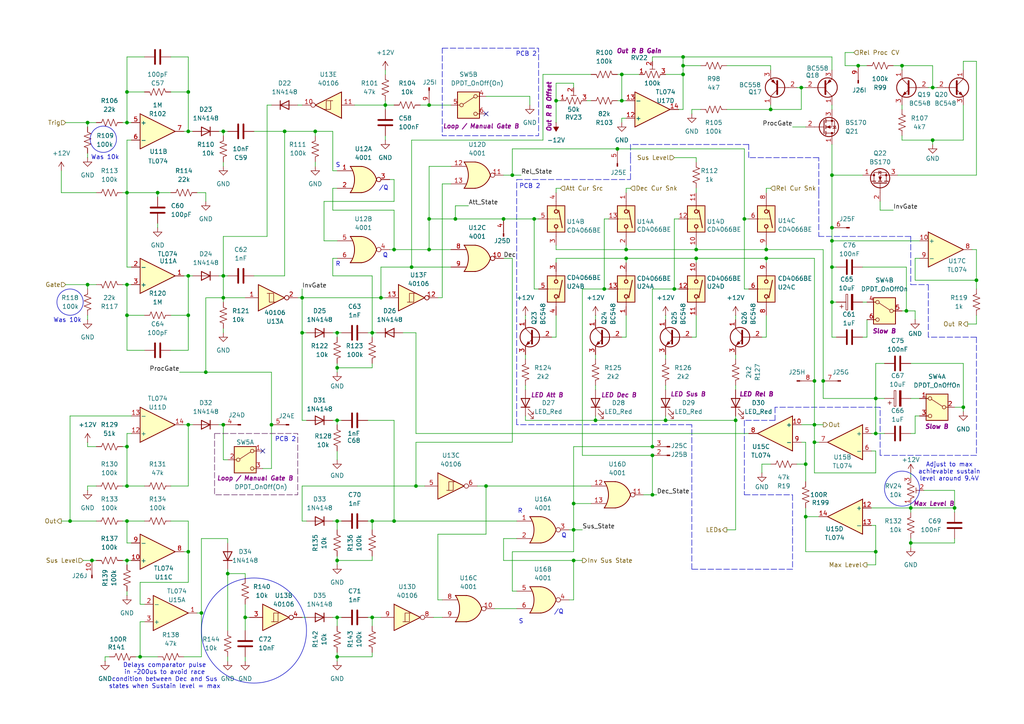
<source format=kicad_sch>
(kicad_sch (version 20250114) (generator "eeschema") (generator_version "9.0")
  (paper "A4")
  (title_block (company "DMH Instruments") (comment 1 "PCB for 15cm Kosmo format synthesizer module"))
  (rectangle (start 62.23 125.73) (end 86.36 143.51) (stroke (width 0) (type dash) (color 88 20 86 1)))
  (circle (center 29.972 40.386) (radius 3.81))
  (rectangle (start 128.27 13.97) (end 156.21 39.37) (stroke (width 0) (type dash)))
  (circle (center 73.66 182.88) (radius 15.24))
  (circle (center 261.62 141.732) (radius 5.08))
  (circle (center 20.32 87.63) (radius 3.81))
  (text "PCB 2" (at 82.804 127.508 0) (effects (font (size 1.27 1.27))))
  (text "/Q" (at 162.052 177.546 0) (effects (font (size 1.27 1.27))))
  (text "R" (at 150.876 148.336 0) (effects (font (size 1.27 1.27))))
  (text "Q" (at 163.576 155.448 0) (effects (font (size 1.27 1.27))))
  (text "S" (at 151.13 180.34 0) (effects (font (size 1.27 1.27))))
  (text "Adjust to max\nachievable sustain\nlevel around 9.4V" (at 275.336 136.906 0) (effects (font (size 1.27 1.27))))
  (text "PCB 2" (at 152.654 15.748 0) (effects (font (size 1.27 1.27))))
  (text "S" (at 98.044 48.006 0) (effects (font (size 1.27 1.27))))
  (text "Was 10k" (at 30.48 45.72 0) (effects (font (size 1.27 1.27))))
  (text "Delays comparator pulse\nin ~200us to avoid race\ncondition between Dec and Sus\nstates when Sustain level = max" (at 47.752 196.088 0) (effects (font (size 1.27 1.27))))
  (text "R" (at 98.044 76.708 0) (effects (font (size 1.27 1.27))))
  (text "PCB 2" (at 153.67 54.102 0) (effects (font (size 1.27 1.27))))
  (text "/Q" (at 111.252 54.61 0) (effects (font (size 1.27 1.27))))
  (text "Q" (at 111.76 74.168 0) (effects (font (size 1.27 1.27))))
  (text "Was 10k" (at 19.558 92.964 0) (effects (font (size 1.27 1.27))))
  (junction (at 36.83 162.56))
  (junction (at 120.65 140.97))
  (junction (at 180.34 29.21))
  (junction (at 36.83 35.56))
  (junction (at 254 125.73))
  (junction (at 111.76 30.48))
  (junction (at 222.25 72.39))
  (junction (at 193.04 121.92))
  (junction (at 97.79 96.52))
  (junction (at 124.46 63.5))
  (junction (at 54.61 160.02))
  (junction (at 78.74 123.19))
  (junction (at 97.79 151.13))
  (junction (at 166.37 153.67))
  (junction (at 97.79 121.92))
  (junction (at 36.83 55.88))
  (junction (at 146.05 63.5))
  (junction (at 64.77 86.36))
  (junction (at 198.12 21.59))
  (junction (at 54.61 38.1))
  (junction (at 114.3 151.13))
  (junction (at 181.61 74.93))
  (junction (at 241.3 50.8))
  (junction (at 201.93 72.39))
  (junction (at 222.25 74.93))
  (junction (at 236.22 123.19))
  (junction (at 254 160.02))
  (junction (at 124.46 30.48))
  (junction (at 20.32 151.13))
  (junction (at 71.12 179.07))
  (junction (at 140.97 140.97))
  (junction (at 201.93 74.93))
  (junction (at 172.72 121.92))
  (junction (at 97.79 190.5))
  (junction (at 36.83 129.54))
  (junction (at 45.72 55.88))
  (junction (at 233.68 149.86))
  (junction (at 189.23 132.08))
  (junction (at 124.46 72.39))
  (junction (at 54.61 123.19))
  (junction (at 283.21 81.28))
  (junction (at 36.83 82.55))
  (junction (at 97.79 179.07))
  (junction (at 276.86 147.32))
  (junction (at 236.22 110.49))
  (junction (at 36.83 140.97))
  (junction (at 54.61 91.44))
  (junction (at 223.52 31.75))
  (junction (at 54.61 26.67))
  (junction (at 87.63 86.36))
  (junction (at 236.22 128.27))
  (junction (at 248.92 19.05))
  (junction (at 279.4 118.11))
  (junction (at 232.41 25.4))
  (junction (at 180.34 21.59))
  (junction (at 107.95 179.07))
  (junction (at 64.77 38.1))
  (junction (at 91.44 38.1))
  (junction (at 82.55 38.1))
  (junction (at 189.23 143.51))
  (junction (at 241.3 66.04))
  (junction (at 114.3 72.39))
  (junction (at 54.61 80.01))
  (junction (at 261.62 19.05))
  (junction (at 262.89 90.17))
  (junction (at 110.49 86.36))
  (junction (at 64.77 123.19))
  (junction (at 198.12 19.05))
  (junction (at 107.95 151.13))
  (junction (at 270.51 40.64))
  (junction (at 58.42 177.8))
  (junction (at 198.12 16.51))
  (junction (at 154.94 63.5))
  (junction (at 87.63 96.52))
  (junction (at 238.76 110.49))
  (junction (at 64.77 80.01))
  (junction (at 36.83 26.67))
  (junction (at 213.36 121.92))
  (junction (at 241.3 69.85))
  (junction (at 181.61 72.39))
  (junction (at 189.23 129.54))
  (junction (at 270.51 25.4))
  (junction (at 119.38 77.47))
  (junction (at 241.3 77.47))
  (junction (at 166.37 146.05))
  (junction (at 132.08 63.5))
  (junction (at 36.83 91.44))
  (junction (at 179.07 43.18))
  (junction (at 59.69 107.95))
  (junction (at 254 115.57))
  (junction (at 241.3 87.63))
  (junction (at 161.29 29.21))
  (junction (at 195.58 83.82))
  (junction (at 26.67 162.56))
  (junction (at 107.95 96.52))
  (junction (at 148.59 50.8))
  (junction (at 175.26 83.82))
  (junction (at 97.79 162.56))
  (junction (at 36.83 151.13))
  (junction (at 166.37 162.56))
  (junction (at 233.68 134.62))
  (junction (at 25.4 82.55))
  (junction (at 264.16 147.32))
  (junction (at 264.16 157.48))
  (junction (at 40.64 190.5))
  (junction (at 66.04 166.37))
  (junction (at 97.79 106.68))
  (junction (at 25.4 35.56))
  (junction (at 215.9 63.5))
  (no_connect (at 140.97 33.02))
  (no_connect (at 76.2 130.81))
  (wire (pts (xy 107.95 80.01) (xy 107.95 96.52)))
  (wire (pts (xy 276.86 118.11) (xy 279.4 118.11)))
  (wire (pts (xy 270.51 40.64) (xy 270.51 41.91)))
  (wire (pts (xy 265.43 125.73) (xy 265.43 120.65)))
  (wire (pts (xy 25.4 35.56) (xy 27.94 35.56)))
  (wire (pts (xy 245.11 19.05) (xy 248.92 19.05)))
  (wire (pts (xy 36.83 82.55) (xy 38.1 82.55)))
  (wire (pts (xy 269.24 25.4) (xy 270.51 25.4)))
  (wire (pts (xy 140.97 140.97) (xy 140.97 154.94)))
  (wire (pts (xy 58.42 190.5) (xy 58.42 177.8)))
  (wire (pts (xy 201.93 97.79) (xy 200.66 97.79)))
  (wire (pts (xy 71.12 179.07) (xy 72.39 179.07)))
  (polyline (pts (xy 217.17 41.91) (xy 182.88 41.91)) (stroke (width 0) (type dash)))
  (wire (pts (xy 97.79 74.93) (xy 96.52 74.93)))
  (wire (pts (xy 58.42 177.8) (xy 57.15 177.8)))
  (wire (pts (xy 121.92 30.48) (xy 124.46 30.48)))
  (wire (pts (xy 241.3 20.32) (xy 241.3 16.51)))
  (wire (pts (xy 241.3 31.75) (xy 241.3 30.48)))
  (wire (pts (xy 248.92 19.05) (xy 251.46 19.05)))
  (wire (pts (xy 59.69 86.36) (xy 59.69 107.95)))
  (wire (pts (xy 236.22 128.27) (xy 236.22 123.19)))
  (wire (pts (xy 241.3 50.8) (xy 250.19 50.8)))
  (wire (pts (xy 97.79 162.56) (xy 97.79 163.83)))
  (wire (pts (xy 107.95 151.13) (xy 114.3 151.13)))
  (wire (pts (xy 146.05 156.21) (xy 146.05 162.56)))
  (wire (pts (xy 166.37 162.56) (xy 166.37 173.99)))
  (wire (pts (xy 64.77 68.58) (xy 64.77 80.01)))
  (wire (pts (xy 250.19 77.47) (xy 262.89 77.47)))
  (wire (pts (xy 172.72 121.92) (xy 193.04 121.92)))
  (wire (pts (xy 64.77 46.99) (xy 64.77 48.26)))
  (wire (pts (xy 25.4 140.97) (xy 27.94 140.97)))
  (wire (pts (xy 254 130.81) (xy 254 137.16)))
  (wire (pts (xy 59.69 58.42) (xy 59.69 55.88)))
  (wire (pts (xy 180.34 21.59) (xy 180.34 29.21)))
  (wire (pts (xy 36.83 91.44) (xy 36.83 82.55)))
  (wire (pts (xy 181.61 54.61) (xy 181.61 55.88)))
  (wire (pts (xy 196.85 31.75) (xy 198.12 31.75)))
  (wire (pts (xy 201.93 74.93) (xy 222.25 74.93)))
  (wire (pts (xy 261.62 39.37) (xy 261.62 40.64)))
  (wire (pts (xy 213.36 91.44) (xy 213.36 92.71)))
  (wire (pts (xy 97.79 106.68) (xy 97.79 107.95)))
  (wire (pts (xy 107.95 97.79) (xy 107.95 96.52)))
  (wire (pts (xy 161.29 24.13) (xy 161.29 29.21)))
  (wire (pts (xy 166.37 160.02) (xy 166.37 153.67)))
  (wire (pts (xy 232.41 123.19) (xy 236.22 123.19)))
  (wire (pts (xy 252.73 147.32) (xy 264.16 147.32)))
  (wire (pts (xy 20.32 151.13) (xy 27.94 151.13)))
  (wire (pts (xy 87.63 140.97) (xy 87.63 151.13)))
  (wire (pts (xy 223.52 31.75) (xy 223.52 30.48)))
  (wire (pts (xy 172.72 91.44) (xy 172.72 92.71)))
  (wire (pts (xy 201.93 71.12) (xy 201.93 72.39)))
  (wire (pts (xy 200.66 33.02) (xy 200.66 31.75)))
  (wire (pts (xy 213.36 111.76) (xy 213.36 113.03)))
  (wire (pts (xy 222.25 74.93) (xy 222.25 76.2)))
  (wire (pts (xy 96.52 80.01) (xy 107.95 80.01)))
  (wire (pts (xy 182.88 54.61) (xy 181.61 54.61)))
  (wire (pts (xy 166.37 25.4) (xy 166.37 24.13)))
  (wire (pts (xy 222.25 72.39) (xy 238.76 72.39)))
  (wire (pts (xy 120.65 96.52) (xy 120.65 125.73)))
  (wire (pts (xy 130.81 53.34) (xy 128.27 53.34)))
  (wire (pts (xy 241.3 87.63) (xy 241.3 97.79)))
  (wire (pts (xy 238.76 72.39) (xy 238.76 110.49)))
  (polyline (pts (xy 237.49 45.72) (xy 217.17 45.72)) (stroke (width 0) (type dash)))
  (wire (pts (xy 241.3 66.04) (xy 241.3 69.85)))
  (wire (pts (xy 40.64 180.34) (xy 40.64 190.5)))
  (wire (pts (xy 181.61 34.29) (xy 180.34 34.29)))
  (wire (pts (xy 97.79 179.07) (xy 99.06 179.07)))
  (wire (pts (xy 254 125.73) (xy 252.73 125.73)))
  (wire (pts (xy 148.59 43.18) (xy 179.07 43.18)))
  (wire (pts (xy 148.59 160.02) (xy 148.59 171.45)))
  (wire (pts (xy 168.91 132.08) (xy 168.91 83.82)))
  (wire (pts (xy 180.34 34.29) (xy 180.34 35.56)))
  (wire (pts (xy 153.67 30.48) (xy 153.67 27.94)))
  (wire (pts (xy 124.46 72.39) (xy 130.81 72.39)))
  (wire (pts (xy 241.3 87.63) (xy 242.57 87.63)))
  (wire (pts (xy 87.63 96.52) (xy 88.9 96.52)))
  (wire (pts (xy 35.56 140.97) (xy 36.83 140.97)))
  (wire (pts (xy 247.65 15.24) (xy 245.11 15.24)))
  (wire (pts (xy 279.4 118.11) (xy 279.4 119.38)))
  (wire (pts (xy 175.26 83.82) (xy 175.26 63.5)))
  (wire (pts (xy 213.36 121.92) (xy 213.36 153.67)))
  (wire (pts (xy 120.65 96.52) (xy 116.84 96.52)))
  (wire (pts (xy 231.14 134.62) (xy 233.68 134.62)))
  (wire (pts (xy 36.83 40.64) (xy 38.1 40.64)))
  (wire (pts (xy 38.1 157.48) (xy 36.83 157.48)))
  (wire (pts (xy 256.54 125.73) (xy 254 125.73)))
  (wire (pts (xy 54.61 16.51) (xy 54.61 26.67)))
  (wire (pts (xy 154.94 63.5) (xy 156.21 63.5)))
  (wire (pts (xy 172.72 102.87) (xy 172.72 104.14)))
  (wire (pts (xy 97.79 151.13) (xy 99.06 151.13)))
  (wire (pts (xy 181.61 71.12) (xy 181.61 72.39)))
  (wire (pts (xy 25.4 142.24) (xy 25.4 140.97)))
  (wire (pts (xy 53.34 190.5) (xy 58.42 190.5)))
  (polyline (pts (xy 237.49 55.88) (xy 237.49 68.58)) (stroke (width 0) (type dash)))
  (wire (pts (xy 91.44 38.1) (xy 96.52 38.1)))
  (wire (pts (xy 181.61 74.93) (xy 201.93 74.93)))
  (wire (pts (xy 276.86 148.59) (xy 276.86 147.32)))
  (wire (pts (xy 19.05 35.56) (xy 25.4 35.56)))
  (wire (pts (xy 242.57 97.79) (xy 241.3 97.79)))
  (wire (pts (xy 86.36 30.48) (xy 87.63 30.48)))
  (wire (pts (xy 20.32 120.65) (xy 20.32 151.13)))
  (wire (pts (xy 179.07 21.59) (xy 180.34 21.59)))
  (wire (pts (xy 266.7 74.93) (xy 265.43 74.93)))
  (wire (pts (xy 233.68 134.62) (xy 233.68 139.7)))
  (wire (pts (xy 254 163.83) (xy 251.46 163.83)))
  (wire (pts (xy 40.64 190.5) (xy 45.72 190.5)))
  (wire (pts (xy 54.61 151.13) (xy 54.61 160.02)))
  (wire (pts (xy 148.59 74.93) (xy 148.59 128.27)))
  (polyline (pts (xy 264.16 68.58) (xy 237.49 68.58)) (stroke (width 0) (type dash)))
  (wire (pts (xy 54.61 91.44) (xy 54.61 101.6)))
  (wire (pts (xy 222.25 91.44) (xy 222.25 97.79)))
  (wire (pts (xy 78.74 107.95) (xy 59.69 107.95)))
  (wire (pts (xy 35.56 35.56) (xy 36.83 35.56)))
  (wire (pts (xy 26.67 162.56) (xy 27.94 162.56)))
  (wire (pts (xy 153.67 27.94) (xy 140.97 27.94)))
  (wire (pts (xy 36.83 171.45) (xy 36.83 172.72)))
  (wire (pts (xy 97.79 130.81) (xy 97.79 133.35)))
  (wire (pts (xy 38.1 77.47) (xy 36.83 77.47)))
  (wire (pts (xy 261.62 19.05) (xy 270.51 19.05)))
  (wire (pts (xy 97.79 151.13) (xy 97.79 153.67)))
  (wire (pts (xy 97.79 179.07) (xy 97.79 181.61)))
  (wire (pts (xy 127 154.94) (xy 127 173.99)))
  (polyline (pts (xy 283.21 97.79) (xy 283.21 132.08)) (stroke (width 0) (type dash)))
  (wire (pts (xy 114.3 58.42) (xy 93.98 58.42)))
  (wire (pts (xy 215.9 43.18) (xy 215.9 63.5)))
  (wire (pts (xy 254 152.4) (xy 254 160.02)))
  (wire (pts (xy 181.61 29.21) (xy 180.34 29.21)))
  (wire (pts (xy 161.29 29.21) (xy 161.29 35.56)))
  (wire (pts (xy 279.4 17.78) (xy 279.4 20.32)))
  (wire (pts (xy 35.56 151.13) (xy 36.83 151.13)))
  (wire (pts (xy 140.97 154.94) (xy 127 154.94)))
  (wire (pts (xy 124.46 30.48) (xy 130.81 30.48)))
  (wire (pts (xy 36.83 91.44) (xy 36.83 101.6)))
  (wire (pts (xy 25.4 129.54) (xy 25.4 128.27)))
  (wire (pts (xy 223.52 19.05) (xy 223.52 20.32)))
  (wire (pts (xy 64.77 80.01) (xy 64.77 86.36)))
  (wire (pts (xy 54.61 80.01) (xy 53.34 80.01)))
  (wire (pts (xy 106.68 179.07) (xy 107.95 179.07)))
  (wire (pts (xy 254 130.81) (xy 252.73 130.81)))
  (wire (pts (xy 93.98 69.85) (xy 97.79 69.85)))
  (polyline (pts (xy 229.87 153.67) (xy 229.87 153.67)) (stroke (width 0) (type dash)))
  (wire (pts (xy 189.23 83.82) (xy 195.58 83.82)))
  (wire (pts (xy 96.52 151.13) (xy 97.79 151.13)))
  (wire (pts (xy 238.76 115.57) (xy 254 115.57)))
  (wire (pts (xy 132.08 63.5) (xy 146.05 63.5)))
  (wire (pts (xy 66.04 156.21) (xy 58.42 156.21)))
  (wire (pts (xy 195.58 45.72) (xy 201.93 45.72)))
  (wire (pts (xy 215.9 63.5) (xy 217.17 63.5)))
  (wire (pts (xy 54.61 38.1) (xy 55.88 38.1)))
  (wire (pts (xy 64.77 86.36) (xy 59.69 86.36)))
  (wire (pts (xy 232.41 25.4) (xy 233.68 25.4)))
  (wire (pts (xy 261.62 40.64) (xy 270.51 40.64)))
  (wire (pts (xy 19.05 82.55) (xy 25.4 82.55)))
  (wire (pts (xy 166.37 24.13) (xy 161.29 24.13)))
  (wire (pts (xy 152.4 91.44) (xy 152.4 92.71)))
  (wire (pts (xy 223.52 31.75) (xy 232.41 31.75)))
  (wire (pts (xy 233.68 128.27) (xy 232.41 128.27)))
  (wire (pts (xy 35.56 162.56) (xy 36.83 162.56)))
  (wire (pts (xy 49.53 140.97) (xy 54.61 140.97)))
  (polyline (pts (xy 283.21 132.08) (xy 255.27 132.08)) (stroke (width 0) (type dash)))
  (wire (pts (xy 63.5 80.01) (xy 64.77 80.01)))
  (wire (pts (xy 148.59 128.27) (xy 120.65 128.27)))
  (wire (pts (xy 270.51 25.4) (xy 271.78 25.4)))
  (wire (pts (xy 179.07 43.18) (xy 215.9 43.18)))
  (wire (pts (xy 96.52 60.96) (xy 114.3 60.96)))
  (wire (pts (xy 107.95 189.23) (xy 107.95 190.5)))
  (wire (pts (xy 54.61 91.44) (xy 54.61 80.01)))
  (wire (pts (xy 254 137.16) (xy 236.22 137.16)))
  (wire (pts (xy 36.83 125.73) (xy 38.1 125.73)))
  (wire (pts (xy 233.68 147.32) (xy 233.68 149.86)))
  (wire (pts (xy 35.56 82.55) (xy 36.83 82.55)))
  (wire (pts (xy 264.16 115.57) (xy 266.7 115.57)))
  (wire (pts (xy 172.72 120.65) (xy 172.72 121.92)))
  (wire (pts (xy 166.37 153.67) (xy 168.91 153.67)))
  (wire (pts (xy 17.78 55.88) (xy 17.78 49.53)))
  (wire (pts (xy 279.4 30.48) (xy 279.4 40.64)))
  (wire (pts (xy 161.29 74.93) (xy 181.61 74.93)))
  (wire (pts (xy 111.76 30.48) (xy 111.76 31.75)))
  (wire (pts (xy 135.89 59.69) (xy 132.08 59.69)))
  (wire (pts (xy 264.16 157.48) (xy 276.86 157.48)))
  (wire (pts (xy 45.72 64.77) (xy 45.72 66.04)))
  (wire (pts (xy 36.83 35.56) (xy 38.1 35.56)))
  (wire (pts (xy 71.12 190.5) (xy 71.12 191.77)))
  (wire (pts (xy 107.95 162.56) (xy 97.79 162.56)))
  (wire (pts (xy 255.27 58.42) (xy 255.27 60.96)))
  (wire (pts (xy 201.93 54.61) (xy 201.93 55.88)))
  (wire (pts (xy 97.79 96.52) (xy 99.06 96.52)))
  (wire (pts (xy 238.76 110.49) (xy 238.76 115.57)))
  (wire (pts (xy 49.53 16.51) (xy 54.61 16.51)))
  (wire (pts (xy 222.25 54.61) (xy 223.52 54.61)))
  (wire (pts (xy 102.87 30.48) (xy 111.76 30.48)))
  (wire (pts (xy 66.04 166.37) (xy 66.04 182.88)))
  (wire (pts (xy 179.07 29.21) (xy 180.34 29.21)))
  (wire (pts (xy 181.61 91.44) (xy 181.61 97.79)))
  (wire (pts (xy 156.21 83.82) (xy 154.94 83.82)))
  (polyline (pts (xy 200.66 123.19) (xy 149.86 123.19)) (stroke (width 0) (type dash)))
  (wire (pts (xy 254 115.57) (xy 256.54 115.57)))
  (wire (pts (xy 152.4 111.76) (xy 152.4 113.03)))
  (polyline (pts (xy 215.9 143.51) (xy 229.87 143.51)) (stroke (width 0) (type dash)))
  (wire (pts (xy 36.83 162.56) (xy 36.83 163.83)))
  (wire (pts (xy 233.68 128.27) (xy 233.68 134.62)))
  (wire (pts (xy 241.3 50.8) (xy 241.3 66.04)))
  (wire (pts (xy 49.53 91.44) (xy 54.61 91.44)))
  (wire (pts (xy 165.1 173.99) (xy 166.37 173.99)))
  (wire (pts (xy 45.72 55.88) (xy 45.72 57.15)))
  (wire (pts (xy 130.81 48.26) (xy 124.46 48.26)))
  (wire (pts (xy 64.77 86.36) (xy 64.77 87.63)))
  (wire (pts (xy 87.63 96.52) (xy 87.63 121.92)))
  (wire (pts (xy 217.17 125.73) (xy 120.65 125.73)))
  (wire (pts (xy 39.37 190.5) (xy 40.64 190.5)))
  (wire (pts (xy 198.12 19.05) (xy 198.12 21.59)))
  (wire (pts (xy 36.83 125.73) (xy 36.83 129.54)))
  (wire (pts (xy 231.14 25.4) (xy 232.41 25.4)))
  (wire (pts (xy 107.95 96.52) (xy 106.68 96.52)))
  (wire (pts (xy 36.83 140.97) (xy 41.91 140.97)))
  (wire (pts (xy 185.42 21.59) (xy 180.34 21.59)))
  (wire (pts (xy 113.03 52.07) (xy 114.3 52.07)))
  (wire (pts (xy 210.82 31.75) (xy 223.52 31.75)))
  (wire (pts (xy 107.95 105.41) (xy 107.95 106.68)))
  (wire (pts (xy 175.26 83.82) (xy 176.53 83.82)))
  (wire (pts (xy 236.22 128.27) (xy 236.22 137.16)))
  (wire (pts (xy 193.04 111.76) (xy 193.04 113.03)))
  (wire (pts (xy 151.13 50.8) (xy 148.59 50.8)))
  (wire (pts (xy 124.46 63.5) (xy 132.08 63.5)))
  (wire (pts (xy 276.86 142.24) (xy 276.86 147.32)))
  (polyline (pts (xy 264.16 68.58) (xy 264.16 82.55)) (stroke (width 0) (type dash)))
  (wire (pts (xy 41.91 101.6) (xy 36.83 101.6)))
  (wire (pts (xy 189.23 16.51) (xy 198.12 16.51)))
  (wire (pts (xy 264.16 156.21) (xy 264.16 157.48)))
  (wire (pts (xy 66.04 165.1) (xy 66.04 166.37)))
  (wire (pts (xy 276.86 156.21) (xy 276.86 157.48)))
  (wire (pts (xy 233.68 160.02) (xy 254 160.02)))
  (wire (pts (xy 222.25 74.93) (xy 236.22 74.93)))
  (wire (pts (xy 264.16 157.48) (xy 264.16 158.75)))
  (wire (pts (xy 49.53 26.67) (xy 54.61 26.67)))
  (wire (pts (xy 236.22 74.93) (xy 236.22 110.49)))
  (polyline (pts (xy 224.79 118.11) (xy 224.79 121.92)) (stroke (width 0) (type dash)))
  (wire (pts (xy 161.29 72.39) (xy 181.61 72.39)))
  (wire (pts (xy 97.79 54.61) (xy 96.52 54.61)))
  (wire (pts (xy 281.94 72.39) (xy 283.21 72.39)))
  (wire (pts (xy 36.83 26.67) (xy 41.91 26.67)))
  (wire (pts (xy 241.3 77.47) (xy 241.3 87.63)))
  (wire (pts (xy 146.05 162.56) (xy 166.37 162.56)))
  (wire (pts (xy 49.53 101.6) (xy 54.61 101.6)))
  (wire (pts (xy 143.51 176.53) (xy 149.86 176.53)))
  (wire (pts (xy 97.79 123.19) (xy 97.79 121.92)))
  (wire (pts (xy 193.04 102.87) (xy 193.04 104.14)))
  (wire (pts (xy 195.58 83.82) (xy 195.58 63.5)))
  (polyline (pts (xy 255.27 118.11) (xy 224.79 118.11)) (stroke (width 0) (type dash)))
  (wire (pts (xy 222.25 97.79) (xy 220.98 97.79)))
  (wire (pts (xy 189.23 143.51) (xy 189.23 132.08)))
  (wire (pts (xy 107.95 96.52) (xy 109.22 96.52)))
  (wire (pts (xy 58.42 177.8) (xy 58.42 156.21)))
  (wire (pts (xy 130.81 77.47) (xy 119.38 77.47)))
  (wire (pts (xy 213.36 120.65) (xy 213.36 121.92)))
  (wire (pts (xy 78.74 135.89) (xy 78.74 123.19)))
  (wire (pts (xy 31.75 190.5) (xy 30.48 190.5)))
  (wire (pts (xy 256.54 105.41) (xy 254 105.41)))
  (wire (pts (xy 161.29 97.79) (xy 160.02 97.79)))
  (wire (pts (xy 114.3 60.96) (xy 114.3 72.39)))
  (wire (pts (xy 107.95 190.5) (xy 97.79 190.5)))
  (wire (pts (xy 87.63 83.82) (xy 87.63 86.36)))
  (wire (pts (xy 283.21 81.28) (xy 283.21 83.82)))
  (wire (pts (xy 132.08 59.69) (xy 132.08 63.5)))
  (wire (pts (xy 146.05 50.8) (xy 148.59 50.8)))
  (wire (pts (xy 241.3 77.47) (xy 242.57 77.47)))
  (wire (pts (xy 114.3 52.07) (xy 114.3 58.42)))
  (wire (pts (xy 20.32 120.65) (xy 38.1 120.65)))
  (wire (pts (xy 36.83 162.56) (xy 38.1 162.56)))
  (wire (pts (xy 54.61 80.01) (xy 55.88 80.01)))
  (wire (pts (xy 166.37 146.05) (xy 166.37 153.67)))
  (wire (pts (xy 161.29 72.39) (xy 161.29 71.12)))
  (wire (pts (xy 201.93 45.72) (xy 201.93 46.99)))
  (wire (pts (xy 265.43 120.65) (xy 266.7 120.65)))
  (wire (pts (xy 91.44 46.99) (xy 91.44 48.26)))
  (wire (pts (xy 154.94 63.5) (xy 154.94 83.82)))
  (wire (pts (xy 63.5 123.19) (xy 64.77 123.19)))
  (wire (pts (xy 261.62 90.17) (xy 262.89 90.17)))
  (wire (pts (xy 82.55 38.1) (xy 82.55 80.01)))
  (wire (pts (xy 149.86 156.21) (xy 146.05 156.21)))
  (wire (pts (xy 189.23 129.54) (xy 189.23 83.82)))
  (wire (pts (xy 66.04 157.48) (xy 66.04 156.21)))
  (wire (pts (xy 215.9 63.5) (xy 215.9 83.82)))
  (wire (pts (xy 259.08 19.05) (xy 261.62 19.05)))
  (wire (pts (xy 24.13 162.56) (xy 26.67 162.56)))
  (polyline (pts (xy 149.86 52.07) (xy 182.88 52.07)) (stroke (width 0) (type dash)))
  (polyline (pts (xy 149.86 123.19) (xy 149.86 52.07)) (stroke (width 0) (type dash)))
  (wire (pts (xy 52.07 107.95) (xy 59.69 107.95)))
  (polyline (pts (xy 200.66 165.1) (xy 200.66 123.19)) (stroke (width 0) (type dash)))
  (wire (pts (xy 161.29 54.61) (xy 162.56 54.61)))
  (wire (pts (xy 254 125.73) (xy 254 115.57)))
  (wire (pts (xy 279.4 40.64) (xy 270.51 40.64)))
  (wire (pts (xy 157.48 21.59) (xy 171.45 21.59)))
  (wire (pts (xy 114.3 151.13) (xy 149.86 151.13)))
  (wire (pts (xy 111.76 30.48) (xy 114.3 30.48)))
  (wire (pts (xy 111.76 39.37) (xy 111.76 40.64)))
  (wire (pts (xy 45.72 55.88) (xy 49.53 55.88)))
  (wire (pts (xy 63.5 38.1) (xy 64.77 38.1)))
  (wire (pts (xy 36.83 26.67) (xy 36.83 35.56)))
  (wire (pts (xy 71.12 166.37) (xy 66.04 166.37)))
  (wire (pts (xy 17.78 151.13) (xy 20.32 151.13)))
  (wire (pts (xy 82.55 38.1) (xy 91.44 38.1)))
  (wire (pts (xy 198.12 16.51) (xy 198.12 19.05)))
  (wire (pts (xy 283.21 17.78) (xy 283.21 50.8)))
  (wire (pts (xy 35.56 129.54) (xy 36.83 129.54)))
  (wire (pts (xy 165.1 153.67) (xy 166.37 153.67)))
  (wire (pts (xy 71.12 179.07) (xy 71.12 182.88)))
  (wire (pts (xy 111.76 20.32) (xy 111.76 21.59)))
  (wire (pts (xy 189.23 132.08) (xy 168.91 132.08)))
  (wire (pts (xy 146.05 74.93) (xy 148.59 74.93)))
  (wire (pts (xy 113.03 72.39) (xy 114.3 72.39)))
  (wire (pts (xy 181.61 72.39) (xy 201.93 72.39)))
  (wire (pts (xy 124.46 48.26) (xy 124.46 63.5)))
  (wire (pts (xy 114.3 121.92) (xy 114.3 151.13)))
  (wire (pts (xy 128.27 86.36) (xy 127 86.36)))
  (polyline (pts (xy 224.79 121.92) (xy 215.9 121.92)) (stroke (width 0) (type dash)))
  (wire (pts (xy 166.37 160.02) (xy 148.59 160.02)))
  (wire (pts (xy 120.65 128.27) (xy 120.65 140.97)))
  (wire (pts (xy 96.52 74.93) (xy 96.52 80.01)))
  (wire (pts (xy 111.76 29.21) (xy 111.76 30.48)))
  (wire (pts (xy 64.77 38.1) (xy 66.04 38.1)))
  (wire (pts (xy 217.17 83.82) (xy 215.9 83.82)))
  (wire (pts (xy 110.49 86.36) (xy 111.76 86.36)))
  (wire (pts (xy 186.69 143.51) (xy 189.23 143.51)))
  (wire (pts (xy 262.89 77.47) (xy 262.89 90.17)))
  (wire (pts (xy 97.79 190.5) (xy 97.79 191.77)))
  (wire (pts (xy 119.38 77.47) (xy 110.49 77.47)))
  (wire (pts (xy 152.4 121.92) (xy 152.4 120.65)))
  (wire (pts (xy 166.37 129.54) (xy 189.23 129.54)))
  (wire (pts (xy 195.58 63.5) (xy 196.85 63.5)))
  (wire (pts (xy 86.36 86.36) (xy 87.63 86.36)))
  (wire (pts (xy 276.86 147.32) (xy 264.16 147.32)))
  (wire (pts (xy 222.25 72.39) (xy 222.25 71.12)))
  (wire (pts (xy 64.77 95.25) (xy 64.77 96.52)))
  (wire (pts (xy 189.23 143.51) (xy 190.5 143.51)))
  (wire (pts (xy 96.52 96.52) (xy 97.79 96.52)))
  (wire (pts (xy 71.12 167.64) (xy 71.12 166.37)))
  (wire (pts (xy 237.49 128.27) (xy 236.22 128.27)))
  (wire (pts (xy 25.4 82.55) (xy 25.4 83.82)))
  (wire (pts (xy 233.68 160.02) (xy 233.68 149.86)))
  (wire (pts (xy 49.53 151.13) (xy 54.61 151.13)))
  (polyline (pts (xy 264.16 82.55) (xy 269.24 82.55)) (stroke (width 0) (type dash)))
  (wire (pts (xy 54.61 123.19) (xy 55.88 123.19)))
  (wire (pts (xy 30.48 190.5) (xy 30.48 191.77)))
  (wire (pts (xy 157.48 40.64) (xy 157.48 21.59)))
  (wire (pts (xy 41.91 180.34) (xy 40.64 180.34)))
  (wire (pts (xy 54.61 38.1) (xy 53.34 38.1)))
  (wire (pts (xy 222.25 55.88) (xy 222.25 54.61)))
  (wire (pts (xy 36.83 129.54) (xy 36.83 140.97)))
  (wire (pts (xy 262.89 90.17) (xy 265.43 90.17)))
  (wire (pts (xy 148.59 43.18) (xy 148.59 50.8)))
  (wire (pts (xy 233.68 149.86) (xy 237.49 149.86)))
  (wire (pts (xy 96.52 49.53) (xy 96.52 38.1)))
  (polyline (pts (xy 255.27 132.08) (xy 255.27 118.11)) (stroke (width 0) (type dash)))
  (polyline (pts (xy 229.87 143.51) (xy 229.87 153.67)) (stroke (width 0) (type dash)))
  (wire (pts (xy 161.29 91.44) (xy 161.29 97.79)))
  (wire (pts (xy 193.04 120.65) (xy 193.04 121.92)))
  (wire (pts (xy 107.95 161.29) (xy 107.95 162.56)))
  (wire (pts (xy 76.2 135.89) (xy 78.74 135.89)))
  (wire (pts (xy 175.26 63.5) (xy 176.53 63.5)))
  (wire (pts (xy 36.83 151.13) (xy 41.91 151.13)))
  (wire (pts (xy 97.79 189.23) (xy 97.79 190.5)))
  (wire (pts (xy 283.21 93.98) (xy 283.21 91.44)))
  (wire (pts (xy 172.72 111.76) (xy 172.72 113.03)))
  (wire (pts (xy 25.4 91.44) (xy 25.4 92.71)))
  (wire (pts (xy 40.64 175.26) (xy 41.91 175.26)))
  (wire (pts (xy 264.16 105.41) (xy 279.4 105.41)))
  (wire (pts (xy 229.87 36.83) (xy 233.68 36.83)))
  (wire (pts (xy 36.83 55.88) (xy 36.83 40.64)))
  (wire (pts (xy 252.73 152.4) (xy 254 152.4)))
  (wire (pts (xy 64.77 123.19) (xy 64.77 133.35)))
  (wire (pts (xy 73.66 38.1) (xy 82.55 38.1)))
  (wire (pts (xy 41.91 16.51) (xy 36.83 16.51)))
  (wire (pts (xy 210.82 153.67) (xy 213.36 153.67)))
  (wire (pts (xy 198.12 21.59) (xy 198.12 31.75)))
  (wire (pts (xy 181.61 74.93) (xy 181.61 76.2)))
  (wire (pts (xy 254 105.41) (xy 254 115.57)))
  (wire (pts (xy 25.4 35.56) (xy 25.4 36.83)))
  (wire (pts (xy 78.74 107.95) (xy 78.74 123.19)))
  (wire (pts (xy 107.95 151.13) (xy 107.95 153.67)))
  (wire (pts (xy 152.4 102.87) (xy 152.4 104.14)))
  (wire (pts (xy 261.62 30.48) (xy 261.62 31.75)))
  (wire (pts (xy 279.4 105.41) (xy 279.4 118.11)))
  (wire (pts (xy 93.98 58.42) (xy 93.98 69.85)))
  (polyline (pts (xy 237.49 55.88) (xy 237.49 45.72)) (stroke (width 0) (type dash)))
  (wire (pts (xy 152.4 121.92) (xy 172.72 121.92)))
  (wire (pts (xy 96.52 179.07) (xy 97.79 179.07)))
  (wire (pts (xy 119.38 40.64) (xy 119.38 77.47)))
  (wire (pts (xy 162.56 29.21) (xy 161.29 29.21)))
  (wire (pts (xy 251.46 92.71) (xy 251.46 97.79)))
  (wire (pts (xy 195.58 83.82) (xy 196.85 83.82)))
  (wire (pts (xy 106.68 151.13) (xy 107.95 151.13)))
  (wire (pts (xy 36.83 55.88) (xy 45.72 55.88)))
  (wire (pts (xy 97.79 161.29) (xy 97.79 162.56)))
  (wire (pts (xy 236.22 110.49) (xy 236.22 123.19)))
  (wire (pts (xy 59.69 55.88) (xy 57.15 55.88)))
  (wire (pts (xy 77.47 30.48) (xy 77.47 68.58)))
  (wire (pts (xy 161.29 76.2) (xy 161.29 74.93)))
  (wire (pts (xy 110.49 86.36) (xy 87.63 86.36)))
  (wire (pts (xy 110.49 77.47) (xy 110.49 86.36)))
  (wire (pts (xy 270.51 19.05) (xy 270.51 25.4)))
  (wire (pts (xy 238.76 123.19) (xy 236.22 123.19)))
  (wire (pts (xy 97.79 105.41) (xy 97.79 106.68)))
  (wire (pts (xy 241.3 69.85) (xy 266.7 69.85)))
  (polyline (pts (xy 182.88 41.91) (xy 182.88 45.72)) (stroke (width 0) (type dash)))
  (polyline (pts (xy 269.24 82.55) (xy 269.24 97.79)) (stroke (width 0) (type dash)))
  (wire (pts (xy 267.97 142.24) (xy 276.86 142.24)))
  (wire (pts (xy 119.38 40.64) (xy 157.48 40.64)))
  (wire (pts (xy 64.77 80.01) (xy 66.04 80.01)))
  (wire (pts (xy 64.77 68.58) (xy 77.47 68.58)))
  (wire (pts (xy 210.82 19.05) (xy 223.52 19.05)))
  (wire (pts (xy 106.68 121.92) (xy 114.3 121.92)))
  (wire (pts (xy 251.46 97.79) (xy 250.19 97.79)))
  (wire (pts (xy 264.16 148.59) (xy 264.16 147.32)))
  (wire (pts (xy 201.93 72.39) (xy 222.25 72.39)))
  (wire (pts (xy 53.34 123.19) (xy 54.61 123.19)))
  (wire (pts (xy 54.61 26.67) (xy 54.61 38.1)))
  (wire (pts (xy 166.37 146.05) (xy 171.45 146.05)))
  (wire (pts (xy 40.64 168.91) (xy 40.64 175.26)))
  (wire (pts (xy 279.4 17.78) (xy 283.21 17.78)))
  (wire (pts (xy 201.93 74.93) (xy 201.93 76.2)))
  (wire (pts (xy 241.3 41.91) (xy 241.3 50.8)))
  (wire (pts (xy 96.52 121.92) (xy 97.79 121.92)))
  (wire (pts (xy 107.95 179.07) (xy 107.95 181.61)))
  (wire (pts (xy 146.05 63.5) (xy 154.94 63.5)))
  (wire (pts (xy 264.16 146.05) (xy 264.16 147.32)))
  (wire (pts (xy 283.21 72.39) (xy 283.21 81.28)))
  (wire (pts (xy 170.18 29.21) (xy 171.45 29.21)))
  (wire (pts (xy 128.27 53.34) (xy 128.27 86.36)))
  (wire (pts (xy 200.66 31.75) (xy 203.2 31.75)))
  (polyline (pts (xy 182.88 45.72) (xy 182.88 52.07)) (stroke (width 0) (type dash)))
  (wire (pts (xy 25.4 44.45) (xy 25.4 45.72)))
  (wire (pts (xy 193.04 91.44) (xy 193.04 92.71)))
  (wire (pts (xy 73.66 80.01) (xy 82.55 80.01)))
  (wire (pts (xy 213.36 102.87) (xy 213.36 104.14)))
  (wire (pts (xy 254 160.02) (xy 254 163.83)))
  (wire (pts (xy 140.97 140.97) (xy 171.45 140.97)))
  (wire (pts (xy 120.65 140.97) (xy 123.19 140.97)))
  (wire (pts (xy 124.46 63.5) (xy 124.46 72.39)))
  (wire (pts (xy 166.37 129.54) (xy 166.37 146.05)))
  (wire (pts (xy 97.79 106.68) (xy 107.95 106.68)))
  (wire (pts (xy 264.16 125.73) (xy 265.43 125.73)))
  (wire (pts (xy 25.4 82.55) (xy 27.94 82.55)))
  (wire (pts (xy 64.77 133.35) (xy 66.04 133.35)))
  (wire (pts (xy 181.61 97.79) (xy 180.34 97.79)))
  (polyline (pts (xy 229.87 153.67) (xy 229.87 165.1)) (stroke (width 0) (type dash)))
  (wire (pts (xy 97.79 49.53) (xy 96.52 49.53)))
  (wire (pts (xy 198.12 19.05) (xy 203.2 19.05)))
  (wire (pts (xy 97.79 121.92) (xy 99.06 121.92)))
  (wire (pts (xy 54.61 160.02) (xy 54.61 168.91)))
  (wire (pts (xy 114.3 72.39) (xy 124.46 72.39)))
  (wire (pts (xy 261.62 19.05) (xy 261.62 20.32)))
  (wire (pts (xy 54.61 140.97) (xy 54.61 123.19)))
  (wire (pts (xy 265.43 90.17) (xy 265.43 92.71)))
  (polyline (pts (xy 215.9 121.92) (xy 215.9 143.51)) (stroke (width 0) (type dash)))
  (wire (pts (xy 125.73 179.07) (xy 128.27 179.07)))
  (wire (pts (xy 64.77 38.1) (xy 64.77 39.37)))
  (wire (pts (xy 66.04 190.5) (xy 66.04 191.77)))
  (wire (pts (xy 91.44 39.37) (xy 91.44 38.1)))
  (wire (pts (xy 36.83 157.48) (xy 36.83 151.13)))
  (wire (pts (xy 36.83 16.51) (xy 36.83 26.67)))
  (wire (pts (xy 127 173.99) (xy 128.27 173.99)))
  (wire (pts (xy 255.27 60.96) (xy 259.08 60.96)))
  (wire (pts (xy 193.04 121.92) (xy 213.36 121.92)))
  (wire (pts (xy 201.93 91.44) (xy 201.93 97.79)))
  (wire (pts (xy 64.77 86.36) (xy 71.12 86.36)))
  (wire (pts (xy 71.12 175.26) (xy 71.12 179.07)))
  (wire (pts (xy 198.12 16.51) (xy 241.3 16.51)))
  (wire (pts (xy 41.91 91.44) (xy 36.83 91.44)))
  (wire (pts (xy 241.3 69.85) (xy 241.3 77.47)))
  (wire (pts (xy 148.59 171.45) (xy 149.86 171.45)))
  (wire (pts (xy 87.63 151.13) (xy 88.9 151.13)))
  (wire (pts (xy 87.63 179.07) (xy 88.9 179.07)))
  (wire (pts (xy 265.43 74.93) (xy 265.43 81.28)))
  (wire (pts (xy 189.23 17.78) (xy 189.23 16.51)))
  (wire (pts (xy 220.98 137.16) (xy 220.98 134.62)))
  (wire (pts (xy 166.37 162.56) (xy 168.91 162.56)))
  (wire (pts (xy 87.63 140.97) (xy 120.65 140.97)))
  (polyline (pts (xy 229.87 165.1) (xy 200.66 165.1)) (stroke (width 0) (type dash)))
  (wire (pts (xy 96.52 54.61) (xy 96.52 60.96)))
  (wire (pts (xy 250.19 87.63) (xy 251.46 87.63)))
  (polyline (pts (xy 217.17 45.72) (xy 217.17 41.91)) (stroke (width 0) (type dash)))
  (wire (pts (xy 97.79 96.52) (xy 97.79 97.79)))
  (wire (pts (xy 265.43 81.28) (xy 283.21 81.28)))
  (wire (pts (xy 78.74 30.48) (xy 77.47 30.48)))
  (wire (pts (xy 88.9 121.92) (xy 87.63 121.92)))
  (wire (pts (xy 283.21 93.98) (xy 280.67 93.98)))
  (wire (pts (xy 54.61 168.91) (xy 40.64 168.91)))
  (wire (pts (xy 138.43 140.97) (xy 140.97 140.97)))
  (wire (pts (xy 161.29 54.61) (xy 161.29 55.88)))
  (polyline (pts (xy 283.21 97.79) (xy 269.24 97.79)) (stroke (width 0) (type dash)))
  (wire (pts (xy 87.63 86.36) (xy 87.63 96.52)))
  (wire (pts (xy 27.94 55.88) (xy 17.78 55.88)))
  (wire (pts (xy 107.95 179.07) (xy 110.49 179.07)))
  (wire (pts (xy 54.61 160.02) (xy 53.34 160.02)))
  (wire (pts (xy 260.35 50.8) (xy 283.21 50.8)))
  (wire (pts (xy 27.94 129.54) (xy 25.4 129.54)))
  (wire (pts (xy 245.11 15.24) (xy 245.11 19.05)))
  (wire (pts (xy 36.83 77.47) (xy 36.83 55.88)))
  (wire (pts (xy 193.04 21.59) (xy 198.12 21.59)))
  (wire (pts (xy 168.91 83.82) (xy 175.26 83.82)))
  (wire (pts (xy 232.41 25.4) (xy 232.41 31.75)))
  (wire (pts (xy 264.16 137.16) (xy 264.16 138.43)))
  (wire (pts (xy 220.98 134.62) (xy 223.52 134.62)))
  (wire (pts (xy 35.56 55.88) (xy 36.83 55.88)))
  (label "InvGate" (at 87.63 83.82 0))
  (label "Rel_State" (at 151.13 50.8 0))
  (label "Dec_State" (at 190.5 143.51 0))
  (label "Dec" (at 146.05 74.93 0))
  (label "ProcGate" (at 229.87 36.83 180))
  (label "ProcGate" (at 52.07 107.95 180))
  (label "Sus_State" (at 168.91 153.67 0))
  (label "InvGate" (at 259.08 60.96 0))
  (label "Att_State" (at 135.89 59.69 0))
  (hierarchical_label "Out" (shape output) (at 17.78 151.13 180))
  (hierarchical_label "Sus Level" (shape input) (at 195.58 45.72 180))
  (hierarchical_label "Trig" (shape input) (at 19.05 35.56 180))
  (hierarchical_label "LEDs" (shape output) (at 210.82 153.67 180))
  (hierarchical_label "Sus Level" (shape input) (at 24.13 162.56 180))
  (hierarchical_label "Inv Sus State" (shape output) (at 168.91 162.56 0))
  (hierarchical_label "Dec Cur Snk" (shape input) (at 182.88 54.61 0))
  (hierarchical_label "Rel Proc CV" (shape input) (at 247.65 15.24 0))
  (hierarchical_label "Rel Cur Snk" (shape input) (at 223.52 54.61 0))
  (hierarchical_label "Max Level" (shape output) (at 251.46 163.83 180))
  (hierarchical_label "Out" (shape output) (at 238.76 123.19 0))
  (hierarchical_label "Out R" (shape output) (at 280.67 93.98 180))
  (hierarchical_label "Gate" (shape input) (at 19.05 82.55 180))
  (hierarchical_label "Att Cur Src" (shape input) (at 162.56 54.61 0))
  (symbol (lib_id "Analog_Switch:CD4066BE") (at 161.29 83.82 270) (mirror x) (unit 2)
    (property "Reference" "U24" (at 164.338 83.058 90) (effects (justify left)))
    (property "Value" "CD4066BE" (at 164.338 80.518 90) (effects (justify left)))
    (property "Footprint" "Package_DIP:DIP-14_W7.62mm_Socket" (effects (hide yes)))
    (property "Datasheet" "https://www.ti.com/lit/ds/symlink/cd4066b.pdf" (effects (hide yes)))
    (property "Description" "Quad 20V analog SPST 1:1 switch, DIP-14" (effects (hide yes)))
  )
  (symbol (lib_id "power:GND") (at 64.77 48.26 0) (unit 1) (on_board no)
    (property "Reference" "#PWR0105" (effects (hide yes)))
    (property "Value" "GND" (at 64.77 53.34 0))
    (property "Description" "Power symbol creates a global label with name \"GND\" , ground" (effects (hide yes)))
  )
  (symbol (lib_id "Device:R_US") (at 213.36 107.95 0) (mirror y) (unit 1)
    (property "Reference" "R127" (at 219.71 107.95 90))
    (property "Value" "2k2" (at 217.17 107.95 90))
    (property "Footprint" "Resistor_THT:R_Axial_DIN0207_L6.3mm_D2.5mm_P7.62mm_Horizontal" (effects (hide yes)))
    (property "Description" "Resistor, US symbol" (effects (hide yes)))
  )
  (symbol (lib_id "Transistor_FET:BS170") (at 238.76 36.83 0) (mirror x) (unit 1) (on_board no)
    (property "Reference" "Q21" (at 245.11 38.1001 0) (effects (justify left)))
    (property "Value" "BS170" (at 245.11 35.5601 0) (effects (justify left)))
    (property "Footprint" "Package_TO_SOT_THT:TO-92_Inline" (effects (hide yes)))
    (property "Datasheet" "https://www.onsemi.com/pub/Collateral/BS170-D.PDF" (effects (hide yes)))
    (property "Description" "0.5A Id, 60V Vds, N-Channel MOSFET, TO-92" (effects (hide yes)))
  )
  (symbol (lib_id "Diode:1N4148") (at 59.69 123.19 180) (unit 1) (on_board no)
    (property "Reference" "D32" (at 59.69 116.84 0))
    (property "Value" "1N4148" (at 59.69 119.38 0))
    (property "Footprint" "Diode_THT:D_DO-35_SOD27_P7.62mm_Horizontal" (effects (hide yes)))
    (property "Datasheet" "https://assets.nexperia.com/documents/data-sheet/1N4148_1N4448.pdf" (effects (hide yes)))
    (property "Description" "100V 0.15A standard switching diode, DO-35" (effects (hide yes)))
    (property "Sim.Device" "D" (effects (hide yes)))
    (property "Sim.Pins" "1=K 2=A" (effects (hide yes)))
  )
  (symbol (lib_id "power:+12V") (at 213.36 91.44 0) (unit 1)
    (property "Reference" "#PWR0115" (effects (hide yes)))
    (property "Value" "+12V" (at 213.36 86.36 0))
    (property "Description" "Power symbol creates a global label with name \"+12V\"" (effects (hide yes)))
  )
  (symbol (lib_id "Diode:1N4148") (at 92.71 96.52 180) (unit 1) (on_board no)
    (property "Reference" "D25" (at 92.71 90.17 0))
    (property "Value" "1N4148" (at 92.71 92.71 0))
    (property "Footprint" "Diode_THT:D_DO-35_SOD27_P7.62mm_Horizontal" (effects (hide yes)))
    (property "Datasheet" "https://assets.nexperia.com/documents/data-sheet/1N4148_1N4448.pdf" (effects (hide yes)))
    (property "Description" "100V 0.15A standard switching diode, DO-35" (effects (hide yes)))
    (property "Sim.Device" "D" (effects (hide yes)))
    (property "Sim.Pins" "1=K 2=A" (effects (hide yes)))
  )
  (symbol (lib_id "Analog_Switch:CD4066BE") (at 201.93 83.82 270) (mirror x) (unit 4)
    (property "Reference" "U24" (at 204.978 83.058 90) (effects (justify left)))
    (property "Value" "CD4066BE" (at 204.978 80.772 90) (effects (justify left)))
    (property "Footprint" "Package_DIP:DIP-14_W7.62mm_Socket" (effects (hide yes)))
    (property "Datasheet" "https://www.ti.com/lit/ds/symlink/cd4066b.pdf" (effects (hide yes)))
    (property "Description" "Quad 20V analog SPST 1:1 switch, DIP-14" (effects (hide yes)))
  )
  (symbol (lib_id "power:GND") (at 59.69 58.42 0) (unit 1) (on_board no)
    (property "Reference" "#PWR0108" (effects (hide yes)))
    (property "Value" "GND" (at 59.69 63.5 0))
    (property "Description" "Power symbol creates a global label with name \"GND\" , ground" (effects (hide yes)))
  )
  (symbol (lib_id "Device:C_Polarized") (at 246.38 87.63 90) (unit 1)
    (property "Reference" "C65" (at 245.618 81.026 90))
    (property "Value" "10uF" (at 245.618 83.566 90))
    (property "Footprint" "Capacitor_THT:CP_Radial_D4.0mm_P1.50mm" (effects (hide yes)))
    (property "Description" "Polarized capacitor" (effects (hide yes)))
  )
  (symbol (lib_id "power:+12V") (at 17.78 49.53 0) (unit 1) (on_board no)
    (property "Reference" "#PWR0107" (effects (hide yes)))
    (property "Value" "+12V" (at 17.78 44.45 0))
    (property "Description" "Power symbol creates a global label with name \"+12V\"" (effects (hide yes)))
  )
  (symbol (lib_id "Device:R_US") (at 31.75 55.88 270) (unit 1) (on_board no)
    (property "Reference" "R113" (at 31.75 49.53 90))
    (property "Value" "100k" (at 31.75 52.07 90))
    (property "Footprint" "Resistor_THT:R_Axial_DIN0207_L6.3mm_D2.5mm_P7.62mm_Horizontal" (effects (hide yes)))
    (property "Description" "Resistor, US symbol" (effects (hide yes)))
  )
  (symbol (lib_id "Device:C") (at 69.85 38.1 90) (mirror x) (unit 1) (on_board no)
    (property "Reference" "C59" (at 69.85 45.72 90))
    (property "Value" "10nF" (at 69.85 43.18 90))
    (property "Footprint" "Capacitor_THT:C_Disc_D4.3mm_W1.9mm_P5.00mm" (effects (hide yes)))
    (property "Description" "Unpolarized capacitor" (effects (hide yes)))
  )
  (symbol (lib_id "Diode:1N4148") (at 59.69 38.1 180) (unit 1) (on_board no)
    (property "Reference" "D23" (at 59.69 31.75 0))
    (property "Value" "1N4148" (at 59.69 34.29 0))
    (property "Footprint" "Diode_THT:D_DO-35_SOD27_P7.62mm_Horizontal" (effects (hide yes)))
    (property "Datasheet" "https://assets.nexperia.com/documents/data-sheet/1N4148_1N4448.pdf" (effects (hide yes)))
    (property "Description" "100V 0.15A standard switching diode, DO-35" (effects (hide yes)))
    (property "Sim.Device" "D" (effects (hide yes)))
    (property "Sim.Pins" "1=K 2=A" (effects (hide yes)))
  )
  (symbol (lib_id "Analog_Switch:CD4066BE") (at 222.25 83.82 270) (mirror x) (unit 3)
    (property "Reference" "U24" (at 225.552 83.312 90) (effects (justify left)))
    (property "Value" "CD4066BE" (at 225.552 80.772 90) (effects (justify left)))
    (property "Footprint" "Package_DIP:DIP-14_W7.62mm_Socket" (effects (hide yes)))
    (property "Datasheet" "https://www.ti.com/lit/ds/symlink/cd4066b.pdf" (effects (hide yes)))
    (property "Description" "Quad 20V analog SPST 1:1 switch, DIP-14" (effects (hide yes)))
  )
  (symbol (lib_id "Amplifier_Operational:TL074") (at 45.72 160.02 0) (mirror x) (unit 3) (on_board no)
    (property "Reference" "U11" (at 47.498 167.386 0))
    (property "Value" "TL074" (at 47.498 164.846 0))
    (property "Footprint" "Package_DIP:DIP-14_W7.62mm_Socket" (effects (hide yes)))
    (property "Datasheet" "http://www.ti.com/lit/ds/symlink/tl071.pdf" (effects (hide yes)))
    (property "Description" "Quad Low-Noise JFET-Input Operational Amplifiers, DIP-14/SOIC-14" (effects (hide yes)))
  )
  (symbol (lib_id "SynthStuff:Conn_01x10_PinHeader") (at 179.07 48.26 90) (unit 5)
    (property "Reference" "J25" (at 177.038 50.038 90) (effects (justify right)))
    (property "Value" "Conn_01x10_PinHeader" (effects (hide yes)))
    (property "Footprint" "Connector_PinSocket_2.54mm:PinSocket_1x10_P2.54mm_Vertical" (effects (hide yes)))
    (property "Description" "Generic connector, single row, 01x10" (effects (hide yes)))
  )
  (symbol (lib_id "power:GND") (at 91.44 48.26 0) (unit 1) (on_board no)
    (property "Reference" "#PWR0106" (effects (hide yes)))
    (property "Value" "GND" (at 91.44 53.34 0))
    (property "Description" "Power symbol creates a global label with name \"GND\" , ground" (effects (hide yes)))
  )
  (symbol (lib_id "Diode:1N4148") (at 82.55 30.48 0) (unit 1) (on_board no)
    (property "Reference" "D22" (at 82.55 24.13 0))
    (property "Value" "1N4148" (at 82.55 26.67 0))
    (property "Footprint" "Diode_THT:D_DO-35_SOD27_P7.62mm_Horizontal" (effects (hide yes)))
    (property "Datasheet" "https://assets.nexperia.com/documents/data-sheet/1N4148_1N4448.pdf" (effects (hide yes)))
    (property "Description" "100V 0.15A standard switching diode, DO-35" (effects (hide yes)))
    (property "Sim.Device" "D" (effects (hide yes)))
    (property "Sim.Pins" "1=K 2=A" (effects (hide yes)))
  )
  (symbol (lib_id "Device:R_US") (at 233.68 143.51 0) (mirror y) (unit 1) (on_board no)
    (property "Reference" "R199" (at 237.998 145.796 0))
    (property "Value" "100R" (at 237.49 143.51 0))
    (property "Footprint" "Resistor_THT:R_Axial_DIN0207_L6.3mm_D2.5mm_P7.62mm_Horizontal" (effects (hide yes)))
    (property "Description" "Resistor, US symbol" (effects (hide yes)))
  )
  (symbol (lib_id "power:GND") (at 64.77 96.52 0) (unit 1) (on_board no)
    (property "Reference" "#PWR0118" (effects (hide yes)))
    (property "Value" "GND" (at 64.77 101.6 0))
    (property "Description" "Power symbol creates a global label with name \"GND\" , ground" (effects (hide yes)))
  )
  (symbol (lib_id "power:+12V") (at 172.72 91.44 0) (unit 1)
    (property "Reference" "#PWR0113" (effects (hide yes)))
    (property "Value" "+12V" (at 172.72 86.36 0))
    (property "Description" "Power symbol creates a global label with name \"+12V\"" (effects (hide yes)))
  )
  (symbol (lib_id "4xxx:4001") (at 105.41 72.39 0) (unit 2) (on_board no)
    (property "Reference" "U12" (at 105.41 63.5 0))
    (property "Value" "4001" (at 105.41 66.04 0))
    (property "Footprint" "Package_DIP:DIP-14_W7.62mm_Socket" (effects (hide yes)))
    (property "Datasheet" "http://www.intersil.com/content/dam/Intersil/documents/cd40/cd4000bms-01bms-02bms-25bms.pdf" (effects (hide yes)))
    (property "Description" "Quad Nor 2 inputs" (effects (hide yes)))
  )
  (symbol (lib_id "4xxx:4001") (at 138.43 74.93 0) (unit 3) (on_board no)
    (property "Reference" "U12" (at 138.43 66.04 0))
    (property "Value" "4001" (at 138.43 68.58 0))
    (property "Footprint" "Package_DIP:DIP-14_W7.62mm_Socket" (effects (hide yes)))
    (property "Datasheet" "http://www.intersil.com/content/dam/Intersil/documents/cd40/cd4000bms-01bms-02bms-25bms.pdf" (effects (hide yes)))
    (property "Description" "Quad Nor 2 inputs" (effects (hide yes)))
  )
  (symbol (lib_id "Device:R_US") (at 261.62 35.56 180) (unit 1) (on_board no)
    (property "Reference" "R107" (at 266.7 34.29 0))
    (property "Value" "4k7" (at 266.7 36.83 0))
    (property "Footprint" "Resistor_THT:R_Axial_DIN0207_L6.3mm_D2.5mm_P7.62mm_Horizontal" (effects (hide yes)))
    (property "Description" "Resistor, US symbol" (effects (hide yes)))
  )
  (symbol (lib_id "power:GND") (at 153.67 30.48 0) (unit 1) (on_board no)
    (property "Reference" "#PWR098" (effects (hide yes)))
    (property "Value" "GND" (at 153.67 35.56 0))
    (property "Description" "Power symbol creates a global label with name \"GND\" , ground" (effects (hide yes)))
  )
  (symbol (lib_id "Device:R_US") (at 45.72 91.44 270) (unit 1) (on_board no)
    (property "Reference" "R120" (at 45.72 85.09 90))
    (property "Value" "1M" (at 45.72 87.63 90))
    (property "Footprint" "Resistor_THT:R_Axial_DIN0207_L6.3mm_D2.5mm_P7.62mm_Horizontal" (effects (hide yes)))
    (property "Description" "Resistor, US symbol" (effects (hide yes)))
  )
  (symbol (lib_id "Transistor_BJT:BC548") (at 195.58 97.79 0) (mirror y) (unit 1)
    (property "Reference" "Q25" (at 195.58 94.234 90) (effects (justify left)))
    (property "Value" "BC548" (at 198.12 94.234 90) (effects (justify left)))
    (property "Footprint" "Package_TO_SOT_THT:TO-92L_Inline_Wide" (effects (hide yes)))
    (property "Datasheet" "https://www.onsemi.com/pub/Collateral/BC550-D.pdf" (effects (hide yes)))
    (property "Description" "0.1A Ic, 30V Vce, Small Signal NPN Transistor, TO-92" (effects (hide yes)))
  )
  (symbol (lib_id "power:+12V") (at 25.4 128.27 0) (unit 1) (on_board no)
    (property "Reference" "#PWR0121" (effects (hide yes)))
    (property "Value" "+12V" (at 25.4 123.19 0))
    (property "Description" "Power symbol creates a global label with name \"+12V\"" (effects (hide yes)))
  )
  (symbol (lib_id "Amplifier_Operational:TL074") (at 224.79 125.73 0) (mirror y) (unit 3) (on_board no)
    (property "Reference" "U15" (at 220.726 129.54 0))
    (property "Value" "TL074" (at 220.726 132.08 0))
    (property "Footprint" "Package_DIP:DIP-14_W7.62mm_Socket" (effects (hide yes)))
    (property "Datasheet" "http://www.ti.com/lit/ds/symlink/tl071.pdf" (effects (hide yes)))
    (property "Description" "Quad Low-Noise JFET-Input Operational Amplifiers, DIP-14/SOIC-14" (effects (hide yes)))
  )
  (symbol (lib_id "Diode:1N4148") (at 59.69 80.01 180) (unit 1) (on_board no)
    (property "Reference" "D24" (at 59.69 73.66 0))
    (property "Value" "1N4148" (at 59.69 76.2 0))
    (property "Footprint" "Diode_THT:D_DO-35_SOD27_P7.62mm_Horizontal" (effects (hide yes)))
    (property "Datasheet" "https://assets.nexperia.com/documents/data-sheet/1N4148_1N4448.pdf" (effects (hide yes)))
    (property "Description" "100V 0.15A standard switching diode, DO-35" (effects (hide yes)))
    (property "Sim.Device" "D" (effects (hide yes)))
    (property "Sim.Pins" "1=K 2=A" (effects (hide yes)))
  )
  (symbol (lib_id "Device:LED") (at 213.36 116.84 90) (unit 1)
    (property "Reference" "D30" (at 219.964 116.84 90))
    (property "Value" "LED_Red" (at 219.964 119.38 90))
    (property "Footprint" "LED_THT:LED_D3.0mm" (effects (hide yes)))
    (property "Description" "Light emitting diode" (effects (hide yes)))
    (property "Sim.Pins" "1=K 2=A" (effects (hide yes)))
    (property "Function" "LED Rel B" (at 219.456 114.3 90) (effects (font (thickness 0.254) (bold yes) (italic yes))))
  )
  (symbol (lib_id "power:GND") (at 36.83 172.72 0) (unit 1) (on_board no)
    (property "Reference" "#PWR0128" (effects (hide yes)))
    (property "Value" "GND" (at 36.83 177.8 0))
    (property "Description" "Power symbol creates a global label with name \"GND\" , ground" (effects (hide yes)))
  )
  (symbol (lib_id "Device:R_US") (at 152.4 107.95 0) (mirror y) (unit 1)
    (property "Reference" "R124" (at 157.48 106.68 0))
    (property "Value" "2k2" (at 157.48 109.22 0))
    (property "Footprint" "Resistor_THT:R_Axial_DIN0207_L6.3mm_D2.5mm_P7.62mm_Horizontal" (effects (hide yes)))
    (property "Description" "Resistor, US symbol" (effects (hide yes)))
  )
  (symbol (lib_id "Device:R_US") (at 64.77 43.18 0) (mirror x) (unit 1) (on_board no)
    (property "Reference" "R110" (at 62.23 41.9099 0) (effects (justify right)))
    (property "Value" "10k" (at 62.23 44.4499 0) (effects (justify right)))
    (property "Footprint" "Resistor_THT:R_Axial_DIN0207_L6.3mm_D2.5mm_P7.62mm_Horizontal" (effects (hide yes)))
    (property "Description" "Resistor, US symbol" (effects (hide yes)))
  )
  (symbol (lib_id "Device:R_US") (at 227.33 134.62 90) (unit 1) (on_board no)
    (property "Reference" "R19" (at 227.33 140.97 90))
    (property "Value" "47k" (at 227.33 138.43 90))
    (property "Footprint" "Resistor_THT:R_Axial_DIN0207_L6.3mm_D2.5mm_P7.62mm_Horizontal" (effects (hide yes)))
    (property "Description" "Resistor, US symbol" (effects (hide yes)))
  )
  (symbol (lib_id "4xxx:40106") (at 119.38 86.36 0) (unit 6) (on_board no)
    (property "Reference" "U13" (at 121.412 79.756 0))
    (property "Value" "40106" (at 121.412 82.296 0))
    (property "Footprint" "Package_DIP:DIP-14_W7.62mm_Socket" (effects (hide yes)))
    (property "Datasheet" "https://assets.nexperia.com/documents/data-sheet/HEF40106B.pdf" (effects (hide yes)))
    (property "Description" "Hex Schmitt trigger inverter" (effects (hide yes)))
  )
  (symbol (lib_id "power:GND") (at 25.4 142.24 0) (unit 1) (on_board no)
    (property "Reference" "#PWR0124" (effects (hide yes)))
    (property "Value" "GND" (at 25.4 147.32 0))
    (property "Description" "Power symbol creates a global label with name \"GND\" , ground" (effects (hide yes)))
  )
  (symbol (lib_id "power:GND") (at 25.4 45.72 0) (unit 1) (on_board no)
    (property "Reference" "#PWR0104" (effects (hide yes)))
    (property "Value" "GND" (at 25.4 50.8 0))
    (property "Description" "Power symbol creates a global label with name \"GND\" , ground" (effects (hide yes)))
  )
  (symbol (lib_id "Device:R_US") (at 53.34 55.88 270) (unit 1) (on_board no)
    (property "Reference" "R114" (at 53.34 49.53 90))
    (property "Value" "22k" (at 53.34 52.07 90))
    (property "Footprint" "Resistor_THT:R_Axial_DIN0207_L6.3mm_D2.5mm_P7.62mm_Horizontal" (effects (hide yes)))
    (property "Description" "Resistor, US symbol" (effects (hide yes)))
  )
  (symbol (lib_id "power:+12V") (at 193.04 91.44 0) (unit 1)
    (property "Reference" "#PWR0114" (effects (hide yes)))
    (property "Value" "+12V" (at 193.04 86.36 0))
    (property "Description" "Power symbol creates a global label with name \"+12V\"" (effects (hide yes)))
  )
  (symbol (lib_id "SynthStuff:Conn_01x06_PinHeader") (at 83.82 123.19 180) (unit 5)
    (property "Reference" "J24" (at 83.185 120.65 0))
    (property "Value" "Conn_01x06_PinHeader" (effects (hide yes)))
    (property "Footprint" "Connector_PinSocket_2.54mm:PinSocket_1x06_P2.54mm_Vertical" (effects (hide yes)))
    (property "Description" "Generic connector, single row, 01x06" (effects (hide yes)))
  )
  (symbol (lib_id "4xxx:40106") (at 95.25 30.48 180) (unit 5) (on_board no)
    (property "Reference" "U13" (at 95.25 21.59 0))
    (property "Value" "40106" (at 95.25 24.13 0))
    (property "Footprint" "Package_DIP:DIP-14_W7.62mm_Socket" (effects (hide yes)))
    (property "Datasheet" "https://assets.nexperia.com/documents/data-sheet/HEF40106B.pdf" (effects (hide yes)))
    (property "Description" "Hex Schmitt trigger inverter" (effects (hide yes)))
  )
  (symbol (lib_id "4xxx:4001") (at 105.41 52.07 0) (unit 1) (on_board no)
    (property "Reference" "U12" (at 105.41 43.18 0))
    (property "Value" "4001" (at 105.41 45.72 0))
    (property "Footprint" "Package_DIP:DIP-14_W7.62mm_Socket" (effects (hide yes)))
    (property "Datasheet" "http://www.intersil.com/content/dam/Intersil/documents/cd40/cd4000bms-01bms-02bms-25bms.pdf" (effects (hide yes)))
    (property "Description" "Quad Nor 2 inputs" (effects (hide yes)))
  )
  (symbol (lib_id "Amplifier_Operational:TL074") (at 245.11 149.86 0) (mirror y) (unit 4) (on_board no)
    (property "Reference" "U15" (at 242.062 153.416 0))
    (property "Value" "TL074" (at 242.062 155.956 0))
    (property "Footprint" "Package_DIP:DIP-14_W7.62mm_Socket" (effects (hide yes)))
    (property "Datasheet" "http://www.ti.com/lit/ds/symlink/tl071.pdf" (effects (hide yes)))
    (property "Description" "Quad Low-Noise JFET-Input Operational Amplifiers, DIP-14/SOIC-14" (effects (hide yes)))
  )
  (symbol (lib_id "Device:R_US") (at 107.95 101.6 0) (mirror x) (unit 1) (on_board no)
    (property "Reference" "R123" (at 105.41 100.3299 0) (effects (justify right)))
    (property "Value" "100k" (at 105.41 102.8699 0) (effects (justify right)))
    (property "Footprint" "Resistor_THT:R_Axial_DIN0207_L6.3mm_D2.5mm_P7.62mm_Horizontal" (effects (hide yes)))
    (property "Description" "Resistor, US symbol" (effects (hide yes)))
  )
  (symbol (lib_id "Transistor_BJT:BC548") (at 276.86 25.4 0) (unit 1) (on_board no)
    (property "Reference" "Q20" (at 271.018 27.432 0) (effects (justify left)))
    (property "Value" "BC548" (at 271.018 29.972 0) (effects (justify left)))
    (property "Footprint" "Package_TO_SOT_THT:TO-92L_Inline_Wide" (effects (hide yes)))
    (property "Datasheet" "https://www.onsemi.com/pub/Collateral/BC550-D.pdf" (effects (hide yes)))
    (property "Description" "0.1A Ic, 30V Vce, Small Signal NPN Transistor, TO-92" (effects (hide yes)))
  )
  (symbol (lib_id "power:GND") (at 97.79 107.95 0) (unit 1) (on_board no)
    (property "Reference" "#PWR0119" (effects (hide yes)))
    (property "Value" "GND" (at 97.79 112.014 0))
    (property "Description" "Power symbol creates a global label with name \"GND\" , ground" (effects (hide yes)))
  )
  (symbol (lib_id "power:-12V") (at 161.29 35.56 180) (unit 1) (on_board no)
    (property "Reference" "#PWR0100" (effects (hide yes)))
    (property "Value" "-12V" (at 161.29 40.64 0))
    (property "Description" "Power symbol creates a global label with name \"-12V\"" (effects (hide yes)))
  )
  (symbol (lib_id "Device:C") (at 111.76 35.56 0) (unit 1) (on_board no)
    (property "Reference" "C58" (at 115.57 34.2899 0) (effects (justify left)))
    (property "Value" "100nF" (at 115.57 36.8299 0) (effects (justify left)))
    (property "Footprint" "Capacitor_THT:C_Disc_D4.3mm_W1.9mm_P5.00mm" (effects (hide yes)))
    (property "Description" "Unpolarized capacitor" (effects (hide yes)))
  )
  (symbol (lib_id "Device:R_US") (at 255.27 19.05 90) (unit 1) (on_board no)
    (property "Reference" "R99" (at 255.27 25.4 90))
    (property "Value" "100k" (at 255.27 22.86 90))
    (property "Footprint" "Resistor_THT:R_Axial_DIN0207_L6.3mm_D2.5mm_P7.62mm_Horizontal" (effects (hide yes)))
    (property "Description" "Resistor, US symbol" (effects (hide yes)))
  )
  (symbol (lib_id "Amplifier_Operational:TL074") (at 245.11 128.27 0) (mirror y) (unit 2) (on_board no)
    (property "Reference" "U15" (at 244.348 132.588 0))
    (property "Value" "TL074" (at 244.348 135.128 0))
    (property "Footprint" "Package_DIP:DIP-14_W7.62mm_Socket" (effects (hide yes)))
    (property "Datasheet" "http://www.ti.com/lit/ds/symlink/tl071.pdf" (effects (hide yes)))
    (property "Description" "Quad Low-Noise JFET-Input Operational Amplifiers, DIP-14/SOIC-14" (effects (hide yes)))
  )
  (symbol (lib_id "Device:C") (at 45.72 16.51 90) (mirror x) (unit 1) (on_board no)
    (property "Reference" "C57" (at 45.72 24.13 90))
    (property "Value" "100pF" (at 45.72 21.59 90))
    (property "Footprint" "Capacitor_THT:C_Disc_D3.8mm_W2.6mm_P2.50mm" (effects (hide yes)))
    (property "Description" "Unpolarized capacitor" (effects (hide yes)))
  )
  (symbol (lib_id "Analog_Switch:CD4066BE") (at 161.29 63.5 270) (unit 2)
    (property "Reference" "U14" (at 164.338 64.262 90) (effects (justify left)))
    (property "Value" "CD4066BE" (at 164.338 66.802 90) (effects (justify left)))
    (property "Footprint" "Package_DIP:DIP-14_W7.62mm_Socket" (effects (hide yes)))
    (property "Datasheet" "https://www.ti.com/lit/ds/symlink/cd4066b.pdf" (effects (hide yes)))
    (property "Description" "Quad 20V analog SPST 1:1 switch, DIP-14" (effects (hide yes)))
  )
  (symbol (lib_id "Device:R_US") (at 172.72 107.95 0) (mirror y) (unit 1)
    (property "Reference" "R125" (at 177.8 106.68 0))
    (property "Value" "2k2" (at 177.8 109.22 0))
    (property "Footprint" "Resistor_THT:R_Axial_DIN0207_L6.3mm_D2.5mm_P7.62mm_Horizontal" (effects (hide yes)))
    (property "Description" "Resistor, US symbol" (effects (hide yes)))
  )
  (symbol (lib_id "4xxx:40106") (at 78.74 86.36 0) (mirror x) (unit 1) (on_board no)
    (property "Reference" "U13" (at 79.756 93.218 0))
    (property "Value" "40106" (at 79.756 90.678 0))
    (property "Footprint" "Package_DIP:DIP-14_W7.62mm_Socket" (effects (hide yes)))
    (property "Datasheet" "https://assets.nexperia.com/documents/data-sheet/HEF40106B.pdf" (effects (hide yes)))
    (property "Description" "Hex Schmitt trigger inverter" (effects (hide yes)))
  )
  (symbol (lib_id "Device:R_Potentiometer_Trim_US") (at 189.23 21.59 90) (unit 1) (on_board no)
    (property "Reference" "RV22" (at 185.42 16.764 90))
    (property "Value" "100k" (at 189.23 24.13 90))
    (property "Footprint" "Potentiometer_THT:Potentiometer_Bourns_3296W_Vertical" (effects (hide yes)))
    (property "Description" "Trim-potentiometer, US symbol" (effects (hide yes)))
    (property "Function" "Out R B Gain" (at 185.42 14.732 90) (effects (font (thickness 0.254) (bold yes) (italic yes))))
  )
  (symbol (lib_id "Device:R_US") (at 201.93 50.8 180) (unit 1)
    (property "Reference" "R112" (at 205.74 49.53 0))
    (property "Value" "1k" (at 205.74 52.07 0))
    (property "Footprint" "Resistor_THT:R_Axial_DIN0207_L6.3mm_D2.5mm_P7.62mm_Horizontal" (effects (hide yes)))
    (property "Description" "Resistor, US symbol" (effects (hide yes)))
  )
  (symbol (lib_id "power:GND") (at 180.34 35.56 0) (unit 1) (on_board no)
    (property "Reference" "#PWR0101" (effects (hide yes)))
    (property "Value" "GND" (at 180.34 40.64 0))
    (property "Description" "Power symbol creates a global label with name \"GND\" , ground" (effects (hide yes)))
  )
  (symbol (lib_id "power:GND") (at 30.48 191.77 0) (unit 1) (on_board no)
    (property "Reference" "#PWR0129" (effects (hide yes)))
    (property "Value" "GND" (at 30.48 196.85 0))
    (property "Description" "Power symbol creates a global label with name \"GND\" , ground" (effects (hide yes)))
  )
  (symbol (lib_id "Device:C") (at 102.87 121.92 90) (mirror x) (unit 1) (on_board no)
    (property "Reference" "C68" (at 102.616 127.762 90))
    (property "Value" "1nF" (at 102.616 125.73 90))
    (property "Footprint" "Capacitor_THT:C_Disc_D4.3mm_W1.9mm_P5.00mm" (effects (hide yes)))
    (property "Description" "Unpolarized capacitor" (effects (hide yes)))
  )
  (symbol (lib_id "Device:C") (at 246.38 77.47 270) (mirror x) (unit 1)
    (property "Reference" "C76" (at 246.38 71.12 90))
    (property "Value" "100nF" (at 246.38 73.66 90))
    (property "Footprint" "Capacitor_THT:C_Disc_D4.3mm_W1.9mm_P5.00mm" (effects (hide yes)))
    (property "Description" "Unpolarized capacitor" (effects (hide yes)))
    (property "Function" "Main Cap A" (effects (hide yes)))
  )
  (symbol (lib_id "power:GND") (at 97.79 191.77 0) (unit 1) (on_board no)
    (property "Reference" "#PWR0132" (effects (hide yes)))
    (property "Value" "GND" (at 97.79 196.85 0))
    (property "Description" "Power symbol creates a global label with name \"GND\" , ground" (effects (hide yes)))
  )
  (symbol (lib_id "Device:R_US") (at 36.83 167.64 0) (unit 1) (on_board no)
    (property "Reference" "R139" (at 30.48 167.64 90))
    (property "Value" "100k" (at 33.02 167.64 90))
    (property "Footprint" "Resistor_THT:R_Axial_DIN0207_L6.3mm_D2.5mm_P7.62mm_Horizontal" (effects (hide yes)))
    (property "Description" "Resistor, US symbol" (effects (hide yes)))
  )
  (symbol (lib_id "Device:R_US") (at 175.26 21.59 90) (mirror x) (unit 1) (on_board no)
    (property "Reference" "R100" (at 175.26 15.24 90))
    (property "Value" "100k" (at 175.26 17.78 90))
    (property "Footprint" "Resistor_THT:R_Axial_DIN0207_L6.3mm_D2.5mm_P7.62mm_Horizontal" (effects (hide yes)))
    (property "Description" "Resistor, US symbol" (effects (hide yes)))
  )
  (symbol (lib_id "4xxx:40106") (at 130.81 140.97 0) (unit 3) (on_board no)
    (property "Reference" "U13" (at 130.81 132.08 0))
    (property "Value" "40106" (at 130.81 134.62 0))
    (property "Footprint" "Package_DIP:DIP-14_W7.62mm_Socket" (effects (hide yes)))
    (property "Datasheet" "https://assets.nexperia.com/documents/data-sheet/HEF40106B.pdf" (effects (hide yes)))
    (property "Description" "Hex Schmitt trigger inverter" (effects (hide yes)))
  )
  (symbol (lib_id "Transistor_BJT:BC548") (at 154.94 97.79 0) (mirror y) (unit 1)
    (property "Reference" "Q23" (at 154.94 94.234 90) (effects (justify left)))
    (property "Value" "BC548" (at 157.48 94.234 90) (effects (justify left)))
    (property "Footprint" "Package_TO_SOT_THT:TO-92L_Inline_Wide" (effects (hide yes)))
    (property "Datasheet" "https://www.onsemi.com/pub/Collateral/BC550-D.pdf" (effects (hide yes)))
    (property "Description" "0.1A Ic, 30V Vce, Small Signal NPN Transistor, TO-92" (effects (hide yes)))
  )
  (symbol (lib_id "Device:LED") (at 193.04 116.84 90) (unit 1)
    (property "Reference" "D29" (at 199.7075 116.84 90))
    (property "Value" "LED_Red" (at 199.7075 119.38 90))
    (property "Footprint" "LED_THT:LED_D3.0mm" (effects (hide yes)))
    (property "Description" "Light emitting diode" (effects (hide yes)))
    (property "Sim.Pins" "1=K 2=A" (effects (hide yes)))
    (property "Function" "LED Sus B" (at 199.644 114.3 90) (effects (font (thickness 0.254) (bold yes) (italic yes))))
  )
  (symbol (lib_id "Amplifier_Operational:TL074") (at 49.53 177.8 0) (mirror x) (unit 1) (on_board no)
    (property "Reference" "U15" (at 51.308 173.99 0))
    (property "Value" "TL074" (at 51.308 171.45 0))
    (property "Footprint" "Package_DIP:DIP-14_W7.62mm_Socket" (effects (hide yes)))
    (property "Datasheet" "http://www.ti.com/lit/ds/symlink/tl071.pdf" (effects (hide yes)))
    (property "Description" "Quad Low-Noise JFET-Input Operational Amplifiers, DIP-14/SOIC-14" (effects (hide yes)))
  )
  (symbol (lib_id "SynthStuff:Conn_01x10_PinHeader") (at 194.31 132.08 180) (unit 2)
    (property "Reference" "J25" (at 194.564 131.826 0) (effects (justify right)))
    (property "Value" "Conn_01x10_PinHeader" (effects (hide yes)))
    (property "Footprint" "Connector_PinSocket_2.54mm:PinSocket_1x10_P2.54mm_Vertical" (effects (hide yes)))
    (property "Description" "Generic connector, single row, 01x10" (effects (hide yes)))
  )
  (symbol (lib_id "Device:R_US") (at 97.79 185.42 0) (unit 1) (on_board no)
    (property "Reference" "R142" (at 91.44 185.42 90))
    (property "Value" "10k" (at 93.98 185.42 90))
    (property "Footprint" "Resistor_THT:R_Axial_DIN0207_L6.3mm_D2.5mm_P7.62mm_Horizontal" (effects (hide yes)))
    (property "Description" "Resistor, US symbol" (effects (hide yes)))
  )
  (symbol (lib_id "Device:C") (at 260.35 125.73 90) (unit 1)
    (property "Reference" "C66" (at 260.35 119.126 90))
    (property "Value" "1uF" (at 260.35 121.666 90))
    (property "Footprint" "Capacitor_THT:C_Rect_L7.0mm_W4.5mm_P5.00mm" (effects (hide yes)))
    (property "Description" "Unpolarized capacitor" (effects (hide yes)))
    (property "Function" "Main Cap B" (effects (hide yes)))
  )
  (symbol (lib_id "Device:C") (at 45.72 60.96 180) (unit 1) (on_board no)
    (property "Reference" "C60" (at 49.53 59.6899 0) (effects (justify right)))
    (property "Value" "100pF" (at 49.53 62.2299 0) (effects (justify right)))
    (property "Footprint" "Capacitor_THT:C_Disc_D3.8mm_W2.6mm_P2.50mm" (effects (hide yes)))
    (property "Description" "Unpolarized capacitor" (effects (hide yes)))
  )
  (symbol (lib_id "Device:R_US") (at 207.01 31.75 270) (mirror x) (unit 1) (on_board no)
    (property "Reference" "R105" (at 207.01 35.56 90))
    (property "Value" "100k" (at 207.01 38.1 90))
    (property "Footprint" "Resistor_THT:R_Axial_DIN0207_L6.3mm_D2.5mm_P7.62mm_Horizontal" (effects (hide yes)))
    (property "Description" "Resistor, US symbol" (effects (hide yes)))
  )
  (symbol (lib_id "Device:C") (at 102.87 151.13 90) (unit 1) (on_board no)
    (property "Reference" "C70" (at 102.87 143.51 90))
    (property "Value" "1nF" (at 102.87 146.05 90))
    (property "Footprint" "Capacitor_THT:C_Disc_D4.3mm_W1.9mm_P5.00mm" (effects (hide yes)))
    (property "Description" "Unpolarized capacitor" (effects (hide yes)))
  )
  (symbol (lib_id "Transistor_BJT:BC558") (at 226.06 25.4 180) (unit 1) (on_board no)
    (property "Reference" "Q17" (at 220.98 26.6701 0) (effects (justify left)))
    (property "Value" "BC558" (at 220.726 24.638 0) (effects (justify left)))
    (property "Footprint" "Package_TO_SOT_THT:TO-92L_Inline_Wide" (effects (hide yes)))
    (property "Datasheet" "https://www.onsemi.com/pub/Collateral/BC556BTA-D.pdf" (effects (hide yes)))
    (property "Description" "0.1A Ic, 30V Vce, PNP Small Signal Transistor, TO-92" (effects (hide yes)))
  )
  (symbol (lib_id "4xxx:4001") (at 157.48 153.67 0) (unit 1) (on_board no)
    (property "Reference" "U16" (at 157.48 144.78 0))
    (property "Value" "4001" (at 157.48 147.32 0))
    (property "Footprint" "Package_DIP:DIP-14_W7.62mm_Socket" (effects (hide yes)))
    (property "Datasheet" "http://www.intersil.com/content/dam/Intersil/documents/cd40/cd4000bms-01bms-02bms-25bms.pdf" (effects (hide yes)))
    (property "Description" "Quad Nor 2 inputs" (effects (hide yes)))
  )
  (symbol (lib_id "4xxx:4001") (at 135.89 176.53 0) (unit 3) (on_board no)
    (property "Reference" "U16" (at 135.89 167.64 0))
    (property "Value" "4001" (at 135.89 170.18 0))
    (property "Footprint" "Package_DIP:DIP-14_W7.62mm_Socket" (effects (hide yes)))
    (property "Datasheet" "http://www.intersil.com/content/dam/Intersil/documents/cd40/cd4000bms-01bms-02bms-25bms.pdf" (effects (hide yes)))
    (property "Description" "Quad Nor 2 inputs" (effects (hide yes)))
  )
  (symbol (lib_id "Device:C") (at 246.38 97.79 270) (mirror x) (unit 1)
    (property "Reference" "C61" (at 246.253 91.186 90))
    (property "Value" "1uF" (at 246.253 93.726 90))
    (property "Footprint" "Capacitor_THT:C_Rect_L7.0mm_W4.5mm_P5.00mm" (effects (hide yes)))
    (property "Description" "Unpolarized capacitor" (effects (hide yes)))
  )
  (symbol (lib_id "Amplifier_Operational:TL074") (at 274.32 72.39 0) (unit 3) (on_board no)
    (property "Reference" "U17" (at 277.622 75.692 0))
    (property "Value" "TL074" (at 277.622 78.232 0))
    (property "Footprint" "Package_DIP:DIP-14_W7.62mm_Socket" (effects (hide yes)))
    (property "Datasheet" "http://www.ti.com/lit/ds/symlink/tl071.pdf" (effects (hide yes)))
    (property "Description" "Quad Low-Noise JFET-Input Operational Amplifiers, DIP-14/SOIC-14" (effects (hide yes)))
  )
  (symbol (lib_id "Device:R_US") (at 264.16 152.4 0) (mirror x) (unit 1) (on_board no)
    (property "Reference" "R132" (at 261.62 151.1299 0) (effects (justify right)))
    (property "Value" "10k" (at 261.62 153.6699 0) (effects (justify right)))
    (property "Footprint" "Resistor_THT:R_Axial_DIN0207_L6.3mm_D2.5mm_P7.62mm_Horizontal" (effects (hide yes)))
    (property "Description" "Resistor, US symbol" (effects (hide yes)))
  )
  (symbol (lib_id "SynthStuff:Conn_01x10_PinHeader") (at 26.67 167.64 270) (mirror x) (unit 10)
    (property "Reference" "J26" (at 25.4 167.0049 90) (effects (justify right)))
    (property "Value" "Conn_01x10_PinHeader" (effects (hide yes)))
    (property "Footprint" "Connector_PinSocket_2.54mm:PinSocket_1x10_P2.54mm_Vertical" (effects (hide yes)))
    (property "Description" "Generic connector, single row, 01x10" (effects (hide yes)))
  )
  (symbol (lib_id "Device:R_US") (at 64.77 91.44 180) (unit 1) (on_board no)
    (property "Reference" "R121" (at 67.31 90.1699 0) (effects (justify right)))
    (property "Value" "10k" (at 67.31 92.7099 0) (effects (justify right)))
    (property "Footprint" "Resistor_THT:R_Axial_DIN0207_L6.3mm_D2.5mm_P7.62mm_Horizontal" (effects (hide yes)))
    (property "Description" "Resistor, US symbol" (effects (hide yes)))
  )
  (symbol (lib_id "Device:C") (at 102.87 96.52 90) (unit 1) (on_board no)
    (property "Reference" "C63" (at 102.87 88.9 90))
    (property "Value" "1nF" (at 102.87 91.44 90))
    (property "Footprint" "Capacitor_THT:C_Disc_D4.3mm_W1.9mm_P5.00mm" (effects (hide yes)))
    (property "Description" "Unpolarized capacitor" (effects (hide yes)))
  )
  (symbol (lib_id "Switch:SW_DPDT_x2") (at 135.89 30.48 0) (unit 2)
    (property "Reference" "SW5" (at 135.89 21.59 0))
    (property "Value" "DPDT_OnOff(On)" (at 138.43 24.13 0))
    (property "Footprint" "SynthStuff:Toggle_Switch_2_Poles_TE" (effects (hide yes)))
    (property "Description" "Switch, dual pole double throw, separate symbols" (effects (hide yes)))
    (property "Function" "Loop / Manual Gate B" (at 139.446 36.576 0) (effects (font (thickness 0.254) (bold yes) (italic yes))))
  )
  (symbol (lib_id "Diode:1N4148") (at 113.03 96.52 0) (unit 1) (on_board no)
    (property "Reference" "D26" (at 113.03 90.17 0))
    (property "Value" "1N4148" (at 113.03 92.71 0))
    (property "Footprint" "Diode_THT:D_DO-35_SOD27_P7.62mm_Horizontal" (effects (hide yes)))
    (property "Datasheet" "https://assets.nexperia.com/documents/data-sheet/1N4148_1N4448.pdf" (effects (hide yes)))
    (property "Description" "100V 0.15A standard switching diode, DO-35" (effects (hide yes)))
    (property "Sim.Device" "D" (effects (hide yes)))
    (property "Sim.Pins" "1=K 2=A" (effects (hide yes)))
  )
  (symbol (lib_id "Device:R_US") (at 31.75 140.97 270) (unit 1) (on_board no)
    (property "Reference" "R130" (at 31.75 134.62 90))
    (property "Value" "100k" (at 31.75 137.16 90))
    (property "Footprint" "Resistor_THT:R_Axial_DIN0207_L6.3mm_D2.5mm_P7.62mm_Horizontal" (effects (hide yes)))
    (property "Description" "Resistor, US symbol" (effects (hide yes)))
  )
  (symbol (lib_id "power:GND") (at 220.98 137.16 0) (unit 1)
    (property "Reference" "#PWR040" (effects (hide yes)))
    (property "Value" "GND" (at 220.98 141.224 0))
    (property "Description" "Power symbol creates a global label with name \"GND\" , ground" (effects (hide yes)))
  )
  (symbol (lib_id "Device:R_US") (at 45.72 26.67 270) (mirror x) (unit 1) (on_board no)
    (property "Reference" "R102" (at 45.72 33.02 90))
    (property "Value" "1M" (at 45.72 30.48 90))
    (property "Footprint" "Resistor_THT:R_Axial_DIN0207_L6.3mm_D2.5mm_P7.62mm_Horizontal" (effects (hide yes)))
    (property "Description" "Resistor, US symbol" (effects (hide yes)))
  )
  (symbol (lib_id "Device:C") (at 69.85 80.01 90) (unit 1) (on_board no)
    (property "Reference" "C62" (at 69.85 72.39 90))
    (property "Value" "1nF" (at 69.85 74.93 90))
    (property "Footprint" "Capacitor_THT:C_Disc_D4.3mm_W1.9mm_P5.00mm" (effects (hide yes)))
    (property "Description" "Unpolarized capacitor" (effects (hide yes)))
  )
  (symbol (lib_id "Switch:SW_DPDT_x2") (at 256.54 90.17 0) (mirror y) (unit 2)
    (property "Reference" "SW4" (at 256.54 81.28 0))
    (property "Value" "DPDT_OnOffOn" (at 256.54 83.82 0))
    (property "Footprint" "SynthStuff:Toggle_Switch_2_Poles_TE" (effects (hide yes)))
    (property "Description" "Switch, dual pole double throw, separate symbols" (effects (hide yes)))
    (property "Function" "Slow B" (at 256.54 96.012 0) (effects (font (thickness 0.254) (bold yes) (italic yes))))
  )
  (symbol (lib_id "Device:R_US") (at 71.12 171.45 0) (mirror y) (unit 1) (on_board no)
    (property "Reference" "R140" (at 75.946 170.18 0))
    (property "Value" "10k" (at 75.946 172.72 0))
    (property "Footprint" "Resistor_THT:R_Axial_DIN0207_L6.3mm_D2.5mm_P7.62mm_Horizontal" (effects (hide yes)))
    (property "Description" "Resistor, US symbol" (effects (hide yes)))
  )
  (symbol (lib_id "Switch:SW_DPDT_x2") (at 271.78 118.11 0) (mirror y) (unit 1)
    (property "Reference" "SW4" (at 271.78 109.22 0))
    (property "Value" "DPDT_OnOffOn" (at 271.78 111.76 0))
    (property "Footprint" "SynthStuff:Toggle_Switch_2_Poles_TE" (effects (hide yes)))
    (property "Description" "Switch, dual pole double throw, separate symbols" (effects (hide yes)))
    (property "Function" "Slow B" (at 271.78 123.698 0) (effects (font (thickness 0.254) (bold yes) (italic yes))))
  )
  (symbol (lib_id "power:+12V") (at 152.4 91.44 0) (unit 1)
    (property "Reference" "#PWR0112" (effects (hide yes)))
    (property "Value" "+12V" (at 152.4 86.36 0))
    (property "Description" "Power symbol creates a global label with name \"+12V\"" (effects (hide yes)))
  )
  (symbol (lib_id "Amplifier_Operational:TL074") (at 189.23 31.75 0) (mirror x) (unit 4) (on_board no)
    (property "Reference" "U17" (at 193.04 29.21 0))
    (property "Value" "TL074" (at 193.04 26.67 0))
    (property "Footprint" "Package_DIP:DIP-14_W7.62mm_Socket" (effects (hide yes)))
    (property "Datasheet" "http://www.ti.com/lit/ds/symlink/tl071.pdf" (effects (hide yes)))
    (property "Description" "Quad Low-Noise JFET-Input Operational Amplifiers, DIP-14/SOIC-14" (effects (hide yes)))
  )
  (symbol (lib_id "Device:R_US") (at 31.75 162.56 90) (mirror x) (unit 1) (on_board no)
    (property "Reference" "R137" (at 31.75 156.21 90))
    (property "Value" "100k" (at 31.75 158.75 90))
    (property "Footprint" "Resistor_THT:R_Axial_DIN0207_L6.3mm_D2.5mm_P7.62mm_Horizontal" (effects (hide yes)))
    (property "Description" "Resistor, US symbol" (effects (hide yes)))
  )
  (symbol (lib_id "power:GND") (at 66.04 191.77 0) (unit 1) (on_board no)
    (property "Reference" "#PWR0130" (effects (hide yes)))
    (property "Value" "GND" (at 66.04 196.85 0))
    (property "Description" "Power symbol creates a global label with name \"GND\" , ground" (effects (hide yes)))
  )
  (symbol (lib_id "Device:R_US") (at 111.76 25.4 0) (unit 1) (on_board no)
    (property "Reference" "R101" (at 107.188 24.13 0))
    (property "Value" "47k" (at 107.188 26.67 0))
    (property "Footprint" "Resistor_THT:R_Axial_DIN0207_L6.3mm_D2.5mm_P7.62mm_Horizontal" (effects (hide yes)))
    (property "Description" "Resistor, US symbol" (effects (hide yes)))
  )
  (symbol (lib_id "power:GND") (at 97.79 163.83 0) (unit 1) (on_board no)
    (property "Reference" "#PWR0126" (effects (hide yes)))
    (property "Value" "GND" (at 97.79 168.91 0))
    (property "Description" "Power symbol creates a global label with name \"GND\" , ground" (effects (hide yes)))
  )
  (symbol (lib_id "Device:R_US") (at 31.75 35.56 270) (unit 1) (on_board no)
    (property "Reference" "R106" (at 31.75 29.21 90))
    (property "Value" "22k" (at 31.75 31.75 90))
    (property "Footprint" "Resistor_THT:R_Axial_DIN0207_L6.3mm_D2.5mm_P7.62mm_Horizontal" (effects (hide yes)))
    (property "Description" "Resistor, US symbol" (effects (hide yes)))
  )
  (symbol (lib_id "4xxx:40106") (at 118.11 179.07 0) (unit 4) (on_board no)
    (property "Reference" "U13" (at 118.11 170.18 0))
    (property "Value" "40106" (at 118.11 172.72 0))
    (property "Footprint" "Package_DIP:DIP-14_W7.62mm_Socket" (effects (hide yes)))
    (property "Datasheet" "https://assets.nexperia.com/documents/data-sheet/HEF40106B.pdf" (effects (hide yes)))
    (property "Description" "Hex Schmitt trigger inverter" (effects (hide yes)))
  )
  (symbol (lib_id "SynthStuff:Conn_01x10_PinHeader") (at 194.31 129.54 180) (unit 3)
    (property "Reference" "J25" (at 194.564 129.286 0) (effects (justify right)))
    (property "Value" "Conn_01x10_PinHeader" (effects (hide yes)))
    (property "Footprint" "Connector_PinSocket_2.54mm:PinSocket_1x10_P2.54mm_Vertical" (effects (hide yes)))
    (property "Description" "Generic connector, single row, 01x10" (effects (hide yes)))
  )
  (symbol (lib_id "4xxx:4001") (at 157.48 173.99 0) (unit 2) (on_board no)
    (property "Reference" "U16" (at 157.48 165.1 0))
    (property "Value" "4001" (at 157.48 167.64 0))
    (property "Footprint" "Package_DIP:DIP-14_W7.62mm_Socket" (effects (hide yes)))
    (property "Datasheet" "http://www.intersil.com/content/dam/Intersil/documents/cd40/cd4000bms-01bms-02bms-25bms.pdf" (effects (hide yes)))
    (property "Description" "Quad Nor 2 inputs" (effects (hide yes)))
  )
  (symbol (lib_id "power:GND") (at 111.76 40.64 0) (unit 1) (on_board no)
    (property "Reference" "#PWR0102" (effects (hide yes)))
    (property "Value" "GND" (at 111.76 45.72 0))
    (property "Description" "Power symbol creates a global label with name \"GND\" , ground" (effects (hide yes)))
  )
  (symbol (lib_id "Device:LED") (at 172.72 116.84 90) (unit 1)
    (property "Reference" "D28" (at 179.3875 116.84 90))
    (property "Value" "LED_Red" (at 179.3875 119.38 90))
    (property "Footprint" "LED_THT:LED_D3.0mm" (effects (hide yes)))
    (property "Description" "Light emitting diode" (effects (hide yes)))
    (property "Sim.Pins" "1=K 2=A" (effects (hide yes)))
    (property "Function" "LED Dec B" (at 179.578 114.554 90) (effects (font (thickness 0.254) (bold yes) (italic yes))))
  )
  (symbol (lib_id "Device:R_US") (at 193.04 107.95 0) (mirror y) (unit 1)
    (property "Reference" "R126" (at 198.12 106.68 0))
    (property "Value" "2k2" (at 198.12 109.22 0))
    (property "Footprint" "Resistor_THT:R_Axial_DIN0207_L6.3mm_D2.5mm_P7.62mm_Horizontal" (effects (hide yes)))
    (property "Description" "Resistor, US symbol" (effects (hide yes)))
  )
  (symbol (lib_id "power:GND") (at 264.16 158.75 0) (unit 1) (on_board no)
    (property "Reference" "#PWR0125" (effects (hide yes)))
    (property "Value" "GND" (at 264.16 163.83 0))
    (property "Description" "Power symbol creates a global label with name \"GND\" , ground" (effects (hide yes)))
  )
  (symbol (lib_id "Device:C") (at 45.72 101.6 90) (unit 1) (on_board no)
    (property "Reference" "C64" (at 45.72 93.98 90))
    (property "Value" "100pF" (at 45.72 96.52 90))
    (property "Footprint" "Capacitor_THT:C_Disc_D3.8mm_W2.6mm_P2.50mm" (effects (hide yes)))
    (property "Description" "Unpolarized capacitor" (effects (hide yes)))
  )
  (symbol (lib_id "Device:R_US") (at 97.79 157.48 0) (unit 1) (on_board no)
    (property "Reference" "R135" (at 91.44 157.48 90))
    (property "Value" "10k" (at 93.98 157.48 90))
    (property "Footprint" "Resistor_THT:R_Axial_DIN0207_L6.3mm_D2.5mm_P7.62mm_Horizontal" (effects (hide yes)))
    (property "Description" "Resistor, US symbol" (effects (hide yes)))
  )
  (symbol (lib_id "Analog_Switch:CD4066BE") (at 181.61 63.5 270) (unit 1)
    (property "Reference" "U14" (at 184.658 64.262 90) (effects (justify left)))
    (property "Value" "CD4066BE" (at 184.658 66.5479 90) (effects (justify left)))
    (property "Footprint" "Package_DIP:DIP-14_W7.62mm_Socket" (effects (hide yes)))
    (property "Datasheet" "https://www.ti.com/lit/ds/symlink/cd4066b.pdf" (effects (hide yes)))
    (property "Description" "Quad 20V analog SPST 1:1 switch, DIP-14" (effects (hide yes)))
  )
  (symbol (lib_id "power:GND") (at 25.4 92.71 0) (unit 1) (on_board no)
    (property "Reference" "#PWR0116" (effects (hide yes)))
    (property "Value" "GND" (at 25.4 97.79 0))
    (property "Description" "Power symbol creates a global label with name \"GND\" , ground" (effects (hide yes)))
  )
  (symbol (lib_id "Transistor_BJT:BC548") (at 175.26 97.79 0) (mirror y) (unit 1)
    (property "Reference" "Q24" (at 175.26 94.234 90) (effects (justify left)))
    (property "Value" "BC548" (at 177.8 94.234 90) (effects (justify left)))
    (property "Footprint" "Package_TO_SOT_THT:TO-92L_Inline_Wide" (effects (hide yes)))
    (property "Datasheet" "https://www.onsemi.com/pub/Collateral/BC550-D.pdf" (effects (hide yes)))
    (property "Description" "0.1A Ic, 30V Vce, Small Signal NPN Transistor, TO-92" (effects (hide yes)))
  )
  (symbol (lib_id "power:GND") (at 45.72 66.04 0) (unit 1) (on_board no)
    (property "Reference" "#PWR0110" (effects (hide yes)))
    (property "Value" "GND" (at 45.72 71.12 0))
    (property "Description" "Power symbol creates a global label with name \"GND\" , ground" (effects (hide yes)))
  )
  (symbol (lib_id "power:GND") (at 97.79 133.35 0) (unit 1) (on_board no)
    (property "Reference" "#PWR0123" (effects (hide yes)))
    (property "Value" "GND" (at 97.79 137.922 0))
    (property "Description" "Power symbol creates a global label with name \"GND\" , ground" (effects (hide yes)))
  )
  (symbol (lib_id "Device:R_US") (at 25.4 87.63 0) (mirror x) (unit 1) (on_board no)
    (property "Reference" "R118" (at 22.86 86.3599 0) (effects (justify right)))
    (property "Value" "100k" (at 22.86 88.8999 0) (effects (justify right)))
    (property "Footprint" "Resistor_THT:R_Axial_DIN0207_L6.3mm_D2.5mm_P7.62mm_Horizontal" (effects (hide yes)))
    (property "Description" "Resistor, US symbol" (effects (hide yes)))
  )
  (symbol (lib_id "power:GND") (at 265.43 92.71 0) (unit 1) (on_board no)
    (property "Reference" "#PWR0117" (effects (hide yes)))
    (property "Value" "GND" (at 265.43 96.774 0))
    (property "Description" "Power symbol creates a global label with name \"GND\" , ground" (effects (hide yes)))
  )
  (symbol (lib_id "power:GND") (at 270.51 41.91 0) (unit 1) (on_board no)
    (property "Reference" "#PWR0103" (effects (hide yes)))
    (property "Value" "GND" (at 270.51 45.974 0))
    (property "Description" "Power symbol creates a global label with name \"GND\" , ground" (effects (hide yes)))
  )
  (symbol (lib_id "SynthStuff:Conn_01x10_PinHeader") (at 124.46 25.4 270) (unit 9)
    (property "Reference" "J25" (at 126.746 23.876 90) (effects (justify right)))
    (property "Value" "Conn_01x10_PinHeader" (effects (hide yes)))
    (property "Footprint" "Connector_PinSocket_2.54mm:PinSocket_1x10_P2.54mm_Vertical" (effects (hide yes)))
    (property "Description" "Generic connector, single row, 01x10" (effects (hide yes)))
  )
  (symbol (lib_id "Device:LED") (at 152.4 116.84 90) (unit 1)
    (property "Reference" "D27" (at 159.0675 116.84 90))
    (property "Value" "LED_Red" (at 159.0675 119.38 90))
    (property "Footprint" "LED_THT:LED_D3.0mm" (effects (hide yes)))
    (property "Description" "Light emitting diode" (effects (hide yes)))
    (property "Sim.Pins" "1=K 2=A" (effects (hide yes)))
    (property "Function" "LED Att B" (at 158.75 114.554 90) (effects (font (thickness 0.254) (bold yes) (italic yes))))
  )
  (symbol (lib_id "Device:R_US") (at 175.26 29.21 90) (unit 1) (on_board no)
    (property "Reference" "R103" (at 175.26 35.56 90))
    (property "Value" "82k" (at 175.26 33.02 90))
    (property "Footprint" "Resistor_THT:R_Axial_DIN0207_L6.3mm_D2.5mm_P7.62mm_Horizontal" (effects (hide yes)))
    (property "Description" "Resistor, US symbol" (effects (hide yes)))
  )
  (symbol (lib_id "SynthStuff:Conn_01x06_PinHeader") (at 69.85 123.19 180) (unit 4)
    (property "Reference" "J24" (at 71.12 120.396 0) (effects (justify left)))
    (property "Value" "Conn_01x06_PinHeader" (effects (hide yes)))
    (property "Footprint" "Connector_PinSocket_2.54mm:PinSocket_1x06_P2.54mm_Vertical" (effects (hide yes)))
    (property "Description" "Generic connector, single row, 01x06" (effects (hide yes)))
  )
  (symbol (lib_id "Device:C") (at 260.35 105.41 270) (mirror x) (unit 1)
    (property "Reference" "C75" (at 260.35 98.806 90))
    (property "Value" "100nF" (at 260.35 101.346 90))
    (property "Footprint" "Capacitor_THT:C_Disc_D4.3mm_W1.9mm_P5.00mm" (effects (hide yes)))
    (property "Description" "Unpolarized capacitor" (effects (hide yes)))
    (property "Function" "Main Cap A" (effects (hide yes)))
  )
  (symbol (lib_id "Device:R_US") (at 25.4 40.64 180) (unit 1) (on_board no)
    (property "Reference" "R109" (at 27.94 39.3699 0) (effects (justify right)))
    (property "Value" "100k" (at 27.94 41.9099 0) (effects (justify right)))
    (property "Footprint" "Resistor_THT:R_Axial_DIN0207_L6.3mm_D2.5mm_P7.62mm_Horizontal" (effects (hide yes)))
    (property "Description" "Resistor, US symbol" (effects (hide yes)))
  )
  (symbol (lib_id "Analog_Switch:CD4066BE") (at 222.25 63.5 270) (unit 3)
    (property "Reference" "U14" (at 225.552 64.008 90) (effects (justify left)))
    (property "Value" "CD4066BE" (at 225.552 66.548 90) (effects (justify left)))
    (property "Footprint" "Package_DIP:DIP-14_W7.62mm_Socket" (effects (hide yes)))
    (property "Datasheet" "https://www.ti.com/lit/ds/symlink/cd4066b.pdf" (effects (hide yes)))
    (property "Description" "Quad 20V analog SPST 1:1 switch, DIP-14" (effects (hide yes)))
  )
  (symbol (lib_id "Device:R_US") (at 45.72 140.97 270) (unit 1) (on_board no)
    (property "Reference" "R131" (at 45.72 134.62 90))
    (property "Value" "47k" (at 45.72 137.16 90))
    (property "Footprint" "Resistor_THT:R_Axial_DIN0207_L6.3mm_D2.5mm_P7.62mm_Horizontal" (effects (hide yes)))
    (property "Description" "Resistor, US symbol" (effects (hide yes)))
  )
  (symbol (lib_id "4xxx:40106") (at 80.01 179.07 0) (unit 2) (on_board no)
    (property "Reference" "U13" (at 82.296 172.72 0))
    (property "Value" "40106" (at 82.296 175.26 0))
    (property "Footprint" "Package_DIP:DIP-14_W7.62mm_Socket" (effects (hide yes)))
    (property "Datasheet" "https://assets.nexperia.com/documents/data-sheet/HEF40106B.pdf" (effects (hide yes)))
    (property "Description" "Hex Schmitt trigger inverter" (effects (hide yes)))
  )
  (symbol (lib_id "Device:R_Potentiometer_Trim_US") (at 264.16 142.24 0) (mirror x) (unit 1) (on_board no)
    (property "Reference" "RV24" (at 261.62 140.9699 0) (effects (justify right)))
    (property "Value" "10k" (at 261.62 143.5099 0) (effects (justify right)))
    (property "Footprint" "Potentiometer_THT:Potentiometer_Bourns_3296W_Vertical" (effects (hide yes)))
    (property "Description" "Trim-potentiometer, US symbol" (effects (hide yes)))
    (property "Function" "Max Level B" (at 270.764 146.05 0) (effects (font (thickness 0.254) (bold yes) (italic yes))))
  )
  (symbol (lib_id "Device:R_US") (at 91.44 43.18 0) (mirror x) (unit 1) (on_board no)
    (property "Reference" "R111" (at 88.9 41.9099 0) (effects (justify right)))
    (property "Value" "100k" (at 88.9 44.4499 0) (effects (justify right)))
    (property "Footprint" "Resistor_THT:R_Axial_DIN0207_L6.3mm_D2.5mm_P7.62mm_Horizontal" (effects (hide yes)))
    (property "Description" "Resistor, US symbol" (effects (hide yes)))
  )
  (symbol (lib_id "Amplifier_Operational:TL074") (at 45.72 38.1 0) (unit 2) (on_board no)
    (property "Reference" "U11" (at 45.974 43.942 0))
    (property "Value" "TL074" (at 42.926 46.736 0) (effects (justify left)))
    (property "Footprint" "Package_DIP:DIP-14_W7.62mm_Socket" (effects (hide yes)))
    (property "Datasheet" "http://www.ti.com/lit/ds/symlink/tl071.pdf" (effects (hide yes)))
    (property "Description" "Quad Low-Noise JFET-Input Operational Amplifiers, DIP-14/SOIC-14" (effects (hide yes)))
  )
  (symbol (lib_id "Amplifier_Operational:TL074") (at 45.72 123.19 0) (mirror x) (unit 4) (on_board no)
    (property "Reference" "U11" (at 45.72 118.11 0))
    (property "Value" "TL074" (at 45.72 115.57 0))
    (property "Footprint" "Package_DIP:DIP-14_W7.62mm_Socket" (effects (hide yes)))
    (property "Datasheet" "http://www.ti.com/lit/ds/symlink/tl071.pdf" (effects (hide yes)))
    (property "Description" "Quad Low-Noise JFET-Input Operational Amplifiers, DIP-14/SOIC-14" (effects (hide yes)))
  )
  (symbol (lib_id "Diode:1N4148") (at 92.71 151.13 180) (unit 1) (on_board no)
    (property "Reference" "D33" (at 92.71 144.78 0))
    (property "Value" "1N4148" (at 92.71 147.32 0))
    (property "Footprint" "Diode_THT:D_DO-35_SOD27_P7.62mm_Horizontal" (effects (hide yes)))
    (property "Datasheet" "https://assets.nexperia.com/documents/data-sheet/1N4148_1N4448.pdf" (effects (hide yes)))
    (property "Description" "100V 0.15A standard switching diode, DO-35" (effects (hide yes)))
    (property "Sim.Device" "D" (effects (hide yes)))
    (property "Sim.Pins" "1=K 2=A" (effects (hide yes)))
  )
  (symbol (lib_id "Device:R_US") (at 66.04 186.69 0) (unit 1) (on_board no)
    (property "Reference" "R144" (at 61.214 185.42 0))
    (property "Value" "10k" (at 61.214 187.96 0))
    (property "Footprint" "Resistor_THT:R_Axial_DIN0207_L6.3mm_D2.5mm_P7.62mm_Horizontal" (effects (hide yes)))
    (property "Description" "Resistor, US symbol" (effects (hide yes)))
  )
  (symbol (lib_id "Device:C_Polarized") (at 260.35 115.57 90) (unit 1)
    (property "Reference" "C67" (at 260.35 108.966 90))
    (property "Value" "10uF" (at 260.35 111.506 90))
    (property "Footprint" "Capacitor_THT:CP_Radial_D4.0mm_P1.50mm" (effects (hide yes)))
    (property "Description" "Polarized capacitor" (effects (hide yes)))
  )
  (symbol (lib_id "Device:R_US") (at 45.72 151.13 270) (unit 1) (on_board no)
    (property "Reference" "R134" (at 45.72 144.78 90))
    (property "Value" "100k" (at 45.72 147.32 90))
    (property "Footprint" "Resistor_THT:R_Axial_DIN0207_L6.3mm_D2.5mm_P7.62mm_Horizontal" (effects (hide yes)))
    (property "Description" "Resistor, US symbol" (effects (hide yes)))
  )
  (symbol (lib_id "Device:R_US") (at 97.79 101.6 0) (mirror x) (unit 1) (on_board no)
    (property "Reference" "R122" (at 95.25 100.3299 0) (effects (justify right)))
    (property "Value" "10k" (at 95.25 102.8699 0) (effects (justify right)))
    (property "Footprint" "Resistor_THT:R_Axial_DIN0207_L6.3mm_D2.5mm_P7.62mm_Horizontal" (effects (hide yes)))
    (property "Description" "Resistor, US symbol" (effects (hide yes)))
  )
  (symbol (lib_id "Device:R_US") (at 35.56 190.5 270) (unit 1) (on_board no)
    (property "Reference" "R141" (at 33.782 187.706 90))
    (property "Value" "100R" (at 34.29 185.42 90))
    (property "Footprint" "Resistor_THT:R_Axial_DIN0207_L6.3mm_D2.5mm_P7.62mm_Horizontal" (effects (hide yes)))
    (property "Description" "Resistor, US symbol" (effects (hide yes)))
  )
  (symbol (lib_id "Amplifier_Operational:TL074") (at 45.72 80.01 0) (mirror x) (unit 1) (on_board no)
    (property "Reference" "U11" (at 48.768 75.692 0))
    (property "Value" "TL074" (at 45.72 73.66 0) (effects (justify left)))
    (property "Footprint" "Package_DIP:DIP-14_W7.62mm_Socket" (effects (hide yes)))
    (property "Datasheet" "http://www.ti.com/lit/ds/symlink/tl071.pdf" (effects (hide yes)))
    (property "Description" "Quad Low-Noise JFET-Input Operational Amplifiers, DIP-14/SOIC-14" (effects (hide yes)))
  )
  (symbol (lib_id "power:GND") (at 200.66 33.02 0) (unit 1) (on_board no)
    (property "Reference" "#PWR099" (effects (hide yes)))
    (property "Value" "GND" (at 200.66 38.1 0))
    (property "Description" "Power symbol creates a global label with name \"GND\" , ground" (effects (hide yes)))
  )
  (symbol (lib_id "Analog_Switch:CD4066BE") (at 181.61 83.82 270) (mirror x) (unit 1)
    (property "Reference" "U24" (at 184.658 83.058 90) (effects (justify left)))
    (property "Value" "CD4066BE" (at 184.658 80.7721 90) (effects (justify left)))
    (property "Footprint" "Package_DIP:DIP-14_W7.62mm_Socket" (effects (hide yes)))
    (property "Datasheet" "https://www.ti.com/lit/ds/symlink/cd4066b.pdf" (effects (hide yes)))
    (property "Description" "Quad 20V analog SPST 1:1 switch, DIP-14" (effects (hide yes)))
  )
  (symbol (lib_id "Device:R_US") (at 31.75 151.13 270) (unit 1) (on_board no)
    (property "Reference" "R133" (at 31.75 144.78 90))
    (property "Value" "100k" (at 31.75 147.32 90))
    (property "Footprint" "Resistor_THT:R_Axial_DIN0207_L6.3mm_D2.5mm_P7.62mm_Horizontal" (effects (hide yes)))
    (property "Description" "Resistor, US symbol" (effects (hide yes)))
  )
  (symbol (lib_id "SynthStuff:Conn_01x10_PinHeader") (at 146.05 68.58 90) (unit 4)
    (property "Reference" "J25" (at 143.256 69.85 90) (effects (justify right)))
    (property "Value" "Conn_01x10_PinHeader" (effects (hide yes)))
    (property "Footprint" "Connector_PinSocket_2.54mm:PinSocket_1x10_P2.54mm_Vertical" (effects (hide yes)))
    (property "Description" "Generic connector, single row, 01x10" (effects (hide yes)))
  )
  (symbol (lib_id "Device:R_US") (at 118.11 30.48 270) (unit 1) (on_board no)
    (property "Reference" "R104" (at 118.11 24.13 90))
    (property "Value" "10k" (at 118.11 26.67 90))
    (property "Footprint" "Resistor_THT:R_Axial_DIN0207_L6.3mm_D2.5mm_P7.62mm_Horizontal" (effects (hide yes)))
    (property "Description" "Resistor, US symbol" (effects (hide yes)))
  )
  (symbol (lib_id "Device:R_Potentiometer_Trim_US") (at 166.37 29.21 90) (unit 1) (on_board no)
    (property "Reference" "RV23" (at 166.37 34.036 90))
    (property "Value" "50k" (at 166.37 31.75 90))
    (property "Footprint" "Potentiometer_THT:Potentiometer_Bourns_3296W_Vertical" (effects (hide yes)))
    (property "Description" "Trim-potentiometer, US symbol" (effects (hide yes)))
    (property "Function" "Out R B Offset" (at 159.258 30.988 0) (effects (font (thickness 0.254) (bold yes) (italic yes))))
  )
  (symbol (lib_id "Device:R_US") (at 31.75 129.54 270) (unit 1) (on_board no)
    (property "Reference" "R129" (at 31.75 123.19 90))
    (property "Value" "51k" (at 31.75 125.73 90))
    (property "Footprint" "Resistor_THT:R_Axial_DIN0207_L6.3mm_D2.5mm_P7.62mm_Horizontal" (effects (hide yes)))
    (property "Description" "Resistor, US symbol" (effects (hide yes)))
  )
  (symbol (lib_id "power:+12V") (at 111.76 20.32 0) (unit 1)
    (property "Reference" "#PWR097" (effects (hide yes)))
    (property "Value" "+12V" (at 111.76 15.24 0))
    (property "Description" "Power symbol creates a global label with name \"+12V\"" (effects (hide yes)))
  )
  (symbol (lib_id "4xxx:4001") (at 138.43 50.8 0) (unit 4) (on_board no)
    (property "Reference" "U12" (at 138.43 41.91 0))
    (property "Value" "4001" (at 138.43 44.45 0))
    (property "Footprint" "Package_DIP:DIP-14_W7.62mm_Socket" (effects (hide yes)))
    (property "Datasheet" "http://www.intersil.com/content/dam/Intersil/documents/cd40/cd4000bms-01bms-02bms-25bms.pdf" (effects (hide yes)))
    (property "Description" "Quad Nor 2 inputs" (effects (hide yes)))
  )
  (symbol (lib_id "power:+12V") (at 264.16 137.16 0) (unit 1) (on_board no)
    (property "Reference" "#PWR0122" (effects (hide yes)))
    (property "Value" "+12V" (at 264.16 133.35 0))
    (property "Description" "Power symbol creates a global label with name \"+12V\"" (effects (hide yes)))
  )
  (symbol (lib_id "power:GND") (at 279.4 119.38 0) (unit 1) (on_board no)
    (property "Reference" "#PWR0120" (effects (hide yes)))
    (property "Value" "GND" (at 279.4 124.46 0))
    (property "Description" "Power symbol creates a global label with name \"GND\" , ground" (effects (hide yes)))
  )
  (symbol (lib_id "Device:R_US") (at 97.79 127 0) (unit 1) (on_board no)
    (property "Reference" "R128" (at 93.726 126.492 0))
    (property "Value" "10k" (at 93.726 129.032 0))
    (property "Footprint" "Resistor_THT:R_Axial_DIN0207_L6.3mm_D2.5mm_P7.62mm_Horizontal" (effects (hide yes)))
    (property "Description" "Resistor, US symbol" (effects (hide yes)))
  )
  (symbol (lib_id "SynthStuff:Conn_01x10_PinHeader") (at 248.92 24.13 90) (unit 9)
    (property "Reference" "J26" (at 247.142 26.162 90) (effects (justify right)))
    (property "Value" "Conn_01x10_PinHeader" (effects (hide yes)))
    (property "Footprint" "Connector_PinSocket_2.54mm:PinSocket_1x10_P2.54mm_Vertical" (effects (hide yes)))
    (property "Description" "Generic connector, single row, 01x10" (effects (hide yes)))
  )
  (symbol (lib_id "SynthStuff:Conn_01x10_PinHeader") (at 246.38 66.04 180) (unit 6)
    (property "Reference" "J25" (at 245.745 63.5 0))
    (property "Value" "Conn_01x10_PinHeader" (effects (hide yes)))
    (property "Footprint" "Connector_PinSocket_2.54mm:PinSocket_1x10_P2.54mm_Vertical" (effects (hide yes)))
    (property "Description" "Generic connector, single row, 01x10" (effects (hide yes)))
  )
  (symbol (lib_id "power:GND") (at 71.12 191.77 0) (unit 1) (on_board no)
    (property "Reference" "#PWR0131" (effects (hide yes)))
    (property "Value" "GND" (at 71.12 196.85 0))
    (property "Description" "Power symbol creates a global label with name \"GND\" , ground" (effects (hide yes)))
  )
  (symbol (lib_id "Device:R_US") (at 207.01 19.05 90) (unit 1) (on_board no)
    (property "Reference" "R98" (at 207.01 22.86 90))
    (property "Value" "4k7" (at 207.01 25.4 90))
    (property "Footprint" "Resistor_THT:R_Axial_DIN0207_L6.3mm_D2.5mm_P7.62mm_Horizontal" (effects (hide yes)))
    (property "Description" "Resistor, US symbol" (effects (hide yes)))
  )
  (symbol (lib_id "Device:R_US") (at 49.53 190.5 90) (mirror x) (unit 1) (on_board no)
    (property "Reference" "R138" (at 49.53 184.15 90))
    (property "Value" "47k" (at 49.53 186.69 90))
    (property "Footprint" "Resistor_THT:R_Axial_DIN0207_L6.3mm_D2.5mm_P7.62mm_Horizontal" (effects (hide yes)))
    (property "Description" "Resistor, US symbol" (effects (hide yes)))
  )
  (symbol (lib_id "Diode:1N4148") (at 92.71 121.92 0) (mirror y) (unit 1) (on_board no)
    (property "Reference" "D31" (at 92.71 116.078 0))
    (property "Value" "1N4148" (at 92.71 118.618 0))
    (property "Footprint" "Diode_THT:D_DO-35_SOD27_P7.62mm_Horizontal" (effects (hide yes)))
    (property "Datasheet" "https://assets.nexperia.com/documents/data-sheet/1N4148_1N4448.pdf" (effects (hide yes)))
    (property "Description" "100V 0.15A standard switching diode, DO-35" (effects (hide yes)))
    (property "Sim.Device" "D" (effects (hide yes)))
    (property "Sim.Pins" "1=K 2=A" (effects (hide yes)))
  )
  (symbol (lib_id "Transistor_BJT:BC558") (at 238.76 25.4 0) (mirror x) (unit 1) (on_board no)
    (property "Reference" "Q18" (at 233.68 21.8441 0) (effects (justify left)))
    (property "Value" "BC558" (at 233.934 19.812 0) (effects (justify left)))
    (property "Footprint" "Package_TO_SOT_THT:TO-92L_Inline_Wide" (effects (hide yes)))
    (property "Datasheet" "https://www.onsemi.com/pub/Collateral/BC556BTA-D.pdf" (effects (hide yes)))
    (property "Description" "0.1A Ic, 30V Vce, PNP Small Signal Transistor, TO-92" (effects (hide yes)))
  )
  (symbol (lib_id "Device:R_US") (at 107.95 185.42 0) (unit 1) (on_board no)
    (property "Reference" "R143" (at 101.6 185.42 90))
    (property "Value" "100k" (at 104.14 185.42 90))
    (property "Footprint" "Resistor_THT:R_Axial_DIN0207_L6.3mm_D2.5mm_P7.62mm_Horizontal" (effects (hide yes)))
    (property "Description" "Resistor, US symbol" (effects (hide yes)))
  )
  (symbol (lib_id "Transistor_BJT:BC548") (at 264.16 25.4 0) (mirror y) (unit 1) (on_board no)
    (property "Reference" "Q19" (at 270.002 27.432 0) (effects (justify left)))
    (property "Value" "BC548" (at 270.002 29.972 0) (effects (justify left)))
    (property "Footprint" "Package_TO_SOT_THT:TO-92L_Inline_Wide" (effects (hide yes)))
    (property "Datasheet" "https://www.onsemi.com/pub/Collateral/BC550-D.pdf" (effects (hide yes)))
    (property "Description" "0.1A Ic, 30V Vce, Small Signal NPN Transistor, TO-92" (effects (hide yes)))
  )
  (symbol (lib_id "Device:R_US") (at 283.21 87.63 0) (mirror x) (unit 1) (on_board no)
    (property "Reference" "R119" (at 278.13 86.36 0))
    (property "Value" "1k" (at 278.13 88.9 0))
    (property "Footprint" "Resistor_THT:R_Axial_DIN0207_L6.3mm_D2.5mm_P7.62mm_Horizontal" (effects (hide yes)))
    (property "Description" "Resistor, US symbol" (effects (hide yes)))
  )
  (symbol (lib_id "SynthStuff:Conn_01x10_PinHeader") (at 231.14 110.49 0) (unit 8)
    (property "Reference" "J25" (at 231.14 107.95 0))
    (property "Value" "Conn_01x10_PinHeader" (effects (hide yes)))
    (property "Footprint" "Connector_PinSocket_2.54mm:PinSocket_1x10_P2.54mm_Vertical" (effects (hide yes)))
    (property "Description" "Generic connector, single row, 01x10" (effects (hide yes)))
  )
  (symbol (lib_id "Diode:1N4148") (at 66.04 161.29 90) (unit 1) (on_board no)
    (property "Reference" "D34" (at 71.12 160.02 90))
    (property "Value" "1N4148" (at 71.12 162.56 90))
    (property "Footprint" "Diode_THT:D_DO-35_SOD27_P7.62mm_Horizontal" (effects (hide yes)))
    (property "Datasheet" "https://assets.nexperia.com/documents/data-sheet/1N4148_1N4448.pdf" (effects (hide yes)))
    (property "Description" "100V 0.15A standard switching diode, DO-35" (effects (hide yes)))
    (property "Sim.Device" "D" (effects (hide yes)))
    (property "Sim.Pins" "1=K 2=A" (effects (hide yes)))
  )
  (symbol (lib_id "Device:R_US") (at 31.75 82.55 270) (mirror x) (unit 1) (on_board no)
    (property "Reference" "R117" (at 31.75 88.9 90))
    (property "Value" "22k" (at 31.75 86.36 90))
    (property "Footprint" "Resistor_THT:R_Axial_DIN0207_L6.3mm_D2.5mm_P7.62mm_Horizontal" (effects (hide yes)))
    (property "Description" "Resistor, US symbol" (effects (hide yes)))
  )
  (symbol (lib_id "Transistor_FET:BS170") (at 255.27 53.34 90) (unit 1) (on_board no)
    (property "Reference" "Q22" (at 255.27 44.45 90))
    (property "Value" "BS170" (at 255.27 46.99 90))
    (property "Footprint" "Package_TO_SOT_THT:TO-92_Inline" (effects (hide yes)))
    (property "Datasheet" "https://www.onsemi.com/pub/Collateral/BS170-D.PDF" (effects (hide yes)))
    (property "Description" "0.5A Id, 60V Vds, N-Channel MOSFET, TO-92" (effects (hide yes)))
  )
  (symbol (lib_id "Analog_Switch:CD4066BE") (at 201.93 63.5 270) (unit 4)
    (property "Reference" "U14" (at 204.978 64.262 90) (effects (justify left)))
    (property "Value" "CD4066BE" (at 204.978 66.548 90) (effects (justify left)))
    (property "Footprint" "Package_DIP:DIP-14_W7.62mm_Socket" (effects (hide yes)))
    (property "Datasheet" "https://www.ti.com/lit/ds/symlink/cd4066b.pdf" (effects (hide yes)))
    (property "Description" "Quad 20V analog SPST 1:1 switch, DIP-14" (effects (hide yes)))
  )
  (symbol (lib_id "Diode:1N4148") (at 92.71 179.07 180) (unit 1) (on_board no)
    (property "Reference" "D35" (at 92.71 172.72 0))
    (property "Value" "1N4148" (at 92.71 175.26 0))
    (property "Footprint" "Diode_THT:D_DO-35_SOD27_P7.62mm_Horizontal" (effects (hide yes)))
    (property "Datasheet" "https://assets.nexperia.com/documents/data-sheet/1N4148_1N4448.pdf" (effects (hide yes)))
    (property "Description" "100V 0.15A standard switching diode, DO-35" (effects (hide yes)))
    (property "Sim.Device" "D" (effects (hide yes)))
    (property "Sim.Pins" "1=K 2=A" (effects (hide yes)))
  )
  (symbol (lib_id "Device:C") (at 102.87 179.07 90) (unit 1) (on_board no)
    (property "Reference" "C71" (at 102.87 171.45 90))
    (property "Value" "1nF" (at 102.87 173.99 90))
    (property "Footprint" "Capacitor_THT:C_Disc_D4.3mm_W1.9mm_P5.00mm" (effects (hide yes)))
    (property "Description" "Unpolarized capacitor" (effects (hide yes)))
  )
  (symbol (lib_id "Switch:SW_DPDT_x2") (at 71.12 133.35 0) (unit 1)
    (property "Reference" "SW5" (at 71.12 128.27 0))
    (property "Value" "DPDT_OnOff(On)" (at 75.692 141.224 0))
    (property "Footprint" "SynthStuff:Toggle_Switch_2_Poles_TE" (effects (hide yes)))
    (property "Description" "Switch, dual pole double throw, separate symbols" (effects (hide yes)))
    (property "Function" "Loop / Manual Gate B" (at 73.914 138.684 0) (effects (font (thickness 0.254) (bold yes) (italic yes))))
  )
  (symbol (lib_id "Device:C") (at 276.86 152.4 0) (mirror x) (unit 1) (on_board no)
    (property "Reference" "C69" (at 273.05 151.1299 0) (effects (justify right)))
    (property "Value" "100nF" (at 273.05 153.6699 0) (effects (justify right)))
    (property "Footprint" "Capacitor_THT:C_Disc_D4.3mm_W1.9mm_P5.00mm" (effects (hide yes)))
    (property "Description" "Unpolarized capacitor" (effects (hide yes)))
  )
  (symbol (lib_id "Device:C") (at 71.12 186.69 180) (unit 1) (on_board no)
    (property "Reference" "C72" (at 74.93 185.4199 0) (effects (justify right)))
    (property "Value" "10nF" (at 74.93 187.9599 0) (effects (justify right)))
    (property "Footprint" "Capacitor_THT:C_Disc_D4.3mm_W1.9mm_P5.00mm" (effects (hide yes)))
    (property "Description" "Unpolarized capacitor" (effects (hide yes)))
  )
  (symbol (lib_id "Transistor_BJT:BC548") (at 215.9 97.79 0) (mirror y) (unit 1)
    (property "Reference" "Q26" (at 215.9 94.234 90) (effects (justify left)))
    (property "Value" "BC548" (at 218.44 94.234 90) (effects (justify left)))
    (property "Footprint" "Package_TO_SOT_THT:TO-92L_Inline_Wide" (effects (hide yes)))
    (property "Datasheet" "https://www.onsemi.com/pub/Collateral/BC550-D.pdf" (effects (hide yes)))
    (property "Description" "0.1A Ic, 30V Vce, Small Signal NPN Transistor, TO-92" (effects (hide yes)))
  )
  (symbol (lib_id "SynthStuff:Conn_01x10_PinHeader") (at 243.84 110.49 180) (unit 7)
    (property "Reference" "J25" (at 243.84 107.95 0))
    (property "Value" "Conn_01x10_PinHeader" (effects (hide yes)))
    (property "Footprint" "Connector_PinSocket_2.54mm:PinSocket_1x10_P2.54mm_Vertical" (effects (hide yes)))
    (property "Description" "Generic connector, single row, 01x10" (effects (hide yes)))
  )
  (symbol (lib_id "Device:R_US") (at 107.95 157.48 0) (unit 1) (on_board no)
    (property "Reference" "R136" (at 101.6 157.48 90))
    (property "Value" "100k" (at 104.14 157.48 90))
    (property "Footprint" "Resistor_THT:R_Axial_DIN0207_L6.3mm_D2.5mm_P7.62mm_Horizontal" (effects (hide yes)))
    (property "Description" "Resistor, US symbol" (effects (hide yes)))
  )
  (symbol (lib_id "4xxx:4001") (at 179.07 143.51 0) (unit 4) (on_board no)
    (property "Reference" "U16" (at 179.07 134.62 0))
    (property "Value" "4001" (at 179.07 137.16 0))
    (property "Footprint" "Package_DIP:DIP-14_W7.62mm_Socket" (effects (hide yes)))
    (property "Datasheet" "http://www.intersil.com/content/dam/Intersil/documents/cd40/cd4000bms-01bms-02bms-25bms.pdf" (effects (hide yes)))
    (property "Description" "Quad Nor 2 inputs" (effects (hide yes)))
  )
)
</source>
